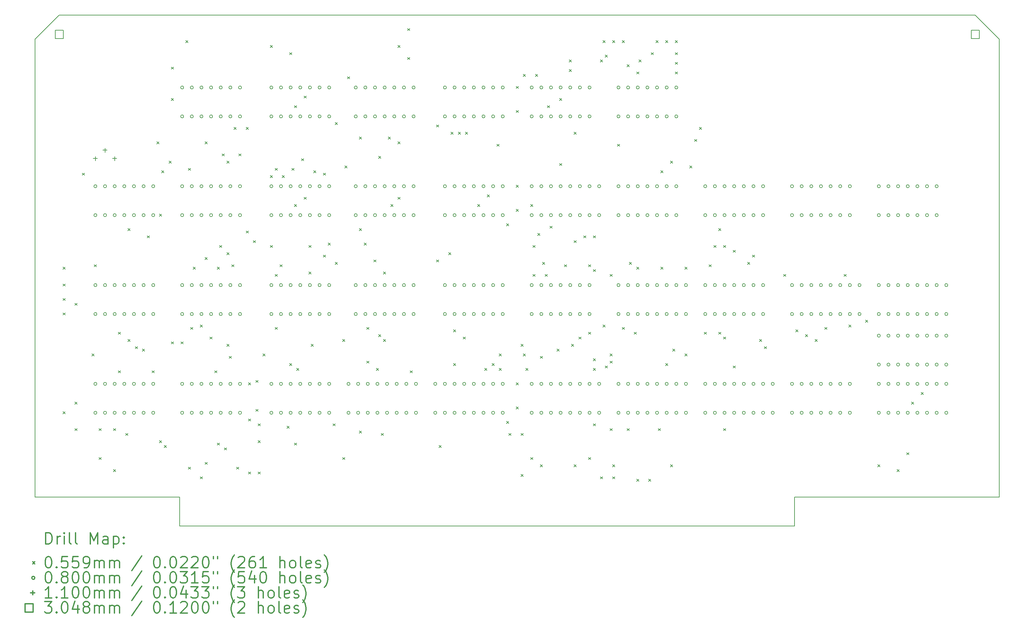
<source format=gbr>
%FSLAX45Y45*%
G04 Gerber Fmt 4.5, Leading zero omitted, Abs format (unit mm)*
G04 Created by KiCad (PCBNEW (5.1.12)-1) date 2022-10-15 16:15:47*
%MOMM*%
%LPD*%
G01*
G04 APERTURE LIST*
%TA.AperFunction,Profile*%
%ADD10C,0.152400*%
%TD*%
%ADD11C,0.200000*%
%ADD12C,0.300000*%
G04 APERTURE END LIST*
D10*
X22034500Y-14986000D02*
X22034500Y-15748000D01*
X2667000Y-2286000D02*
X2032000Y-2921000D01*
X26797000Y-2286000D02*
X2667000Y-2286000D01*
X27432000Y-2921000D02*
X26797000Y-2286000D01*
X2032000Y-2921000D02*
X2032000Y-14986000D01*
X5842000Y-14986000D02*
X2032000Y-14986000D01*
X5842000Y-15748000D02*
X5842000Y-14986000D01*
X22034500Y-15748000D02*
X5842000Y-15748000D01*
X27432000Y-14986000D02*
X22034500Y-14986000D01*
X27432000Y-14986000D02*
X27432000Y-2921000D01*
D11*
X2766060Y-8925560D02*
X2821940Y-8981440D01*
X2821940Y-8925560D02*
X2766060Y-8981440D01*
X2766060Y-9370060D02*
X2821940Y-9425940D01*
X2821940Y-9370060D02*
X2766060Y-9425940D01*
X2766060Y-9751060D02*
X2821940Y-9806940D01*
X2821940Y-9751060D02*
X2766060Y-9806940D01*
X2766060Y-10132060D02*
X2821940Y-10187940D01*
X2821940Y-10132060D02*
X2766060Y-10187940D01*
X2766060Y-12735560D02*
X2821940Y-12791440D01*
X2821940Y-12735560D02*
X2766060Y-12791440D01*
X3083560Y-9878060D02*
X3139440Y-9933940D01*
X3139440Y-9878060D02*
X3083560Y-9933940D01*
X3083560Y-12481560D02*
X3139440Y-12537440D01*
X3139440Y-12481560D02*
X3083560Y-12537440D01*
X3083560Y-13180060D02*
X3139440Y-13235940D01*
X3139440Y-13180060D02*
X3083560Y-13235940D01*
X3274060Y-6449060D02*
X3329940Y-6504940D01*
X3329940Y-6449060D02*
X3274060Y-6504940D01*
X3528060Y-11211560D02*
X3583940Y-11267440D01*
X3583940Y-11211560D02*
X3528060Y-11267440D01*
X3591560Y-8862060D02*
X3647440Y-8917940D01*
X3647440Y-8862060D02*
X3591560Y-8917940D01*
X3718560Y-13180060D02*
X3774440Y-13235940D01*
X3774440Y-13180060D02*
X3718560Y-13235940D01*
X3718560Y-13942060D02*
X3774440Y-13997940D01*
X3774440Y-13942060D02*
X3718560Y-13997940D01*
X4099560Y-13180060D02*
X4155440Y-13235940D01*
X4155440Y-13180060D02*
X4099560Y-13235940D01*
X4099560Y-14259560D02*
X4155440Y-14315440D01*
X4155440Y-14259560D02*
X4099560Y-14315440D01*
X4226560Y-10640060D02*
X4282440Y-10695940D01*
X4282440Y-10640060D02*
X4226560Y-10695940D01*
X4226560Y-11656060D02*
X4282440Y-11711940D01*
X4282440Y-11656060D02*
X4226560Y-11711940D01*
X4417060Y-13307060D02*
X4472940Y-13362940D01*
X4472940Y-13307060D02*
X4417060Y-13362940D01*
X4480560Y-7909560D02*
X4536440Y-7965440D01*
X4536440Y-7909560D02*
X4480560Y-7965440D01*
X4480560Y-10830560D02*
X4536440Y-10886440D01*
X4536440Y-10830560D02*
X4480560Y-10886440D01*
X4671060Y-11021060D02*
X4726940Y-11076940D01*
X4726940Y-11021060D02*
X4671060Y-11076940D01*
X4861560Y-11084560D02*
X4917440Y-11140440D01*
X4917440Y-11084560D02*
X4861560Y-11140440D01*
X4988560Y-8100060D02*
X5044440Y-8155940D01*
X5044440Y-8100060D02*
X4988560Y-8155940D01*
X5115560Y-11656060D02*
X5171440Y-11711940D01*
X5171440Y-11656060D02*
X5115560Y-11711940D01*
X5242560Y-5623560D02*
X5298440Y-5679440D01*
X5298440Y-5623560D02*
X5242560Y-5679440D01*
X5306060Y-7528560D02*
X5361940Y-7584440D01*
X5361940Y-7528560D02*
X5306060Y-7584440D01*
X5306060Y-13497560D02*
X5361940Y-13553440D01*
X5361940Y-13497560D02*
X5306060Y-13553440D01*
X5369560Y-6385560D02*
X5425440Y-6441440D01*
X5425440Y-6385560D02*
X5369560Y-6441440D01*
X5433060Y-13624560D02*
X5488940Y-13680440D01*
X5488940Y-13624560D02*
X5433060Y-13680440D01*
X5560060Y-6131560D02*
X5615940Y-6187440D01*
X5615940Y-6131560D02*
X5560060Y-6187440D01*
X5623560Y-3655060D02*
X5679440Y-3710940D01*
X5679440Y-3655060D02*
X5623560Y-3710940D01*
X5623560Y-4480560D02*
X5679440Y-4536440D01*
X5679440Y-4480560D02*
X5623560Y-4536440D01*
X5623560Y-10894060D02*
X5679440Y-10949940D01*
X5679440Y-10894060D02*
X5623560Y-10949940D01*
X5877560Y-10894060D02*
X5933440Y-10949940D01*
X5933440Y-10894060D02*
X5877560Y-10949940D01*
X6004560Y-2956560D02*
X6060440Y-3012440D01*
X6060440Y-2956560D02*
X6004560Y-3012440D01*
X6068060Y-6322060D02*
X6123940Y-6377940D01*
X6123940Y-6322060D02*
X6068060Y-6377940D01*
X6068060Y-14196060D02*
X6123940Y-14251940D01*
X6123940Y-14196060D02*
X6068060Y-14251940D01*
X6131560Y-10513060D02*
X6187440Y-10568940D01*
X6187440Y-10513060D02*
X6131560Y-10568940D01*
X6195060Y-8925560D02*
X6250940Y-8981440D01*
X6250940Y-8925560D02*
X6195060Y-8981440D01*
X6385560Y-10449560D02*
X6441440Y-10505440D01*
X6441440Y-10449560D02*
X6385560Y-10505440D01*
X6385560Y-14450060D02*
X6441440Y-14505940D01*
X6441440Y-14450060D02*
X6385560Y-14505940D01*
X6512560Y-5623560D02*
X6568440Y-5679440D01*
X6568440Y-5623560D02*
X6512560Y-5679440D01*
X6512560Y-8671560D02*
X6568440Y-8727440D01*
X6568440Y-8671560D02*
X6512560Y-8727440D01*
X6512560Y-14069060D02*
X6568440Y-14124940D01*
X6568440Y-14069060D02*
X6512560Y-14124940D01*
X6639560Y-10767060D02*
X6695440Y-10822940D01*
X6695440Y-10767060D02*
X6639560Y-10822940D01*
X6766560Y-11656060D02*
X6822440Y-11711940D01*
X6822440Y-11656060D02*
X6766560Y-11711940D01*
X6830060Y-8925560D02*
X6885940Y-8981440D01*
X6885940Y-8925560D02*
X6830060Y-8981440D01*
X6830060Y-13561060D02*
X6885940Y-13616940D01*
X6885940Y-13561060D02*
X6830060Y-13616940D01*
X6893560Y-8354060D02*
X6949440Y-8409940D01*
X6949440Y-8354060D02*
X6893560Y-8409940D01*
X6957060Y-5941060D02*
X7012940Y-5996940D01*
X7012940Y-5941060D02*
X6957060Y-5996940D01*
X7020560Y-13688060D02*
X7076440Y-13743940D01*
X7076440Y-13688060D02*
X7020560Y-13743940D01*
X7084060Y-6131560D02*
X7139940Y-6187440D01*
X7139940Y-6131560D02*
X7084060Y-6187440D01*
X7084060Y-8544560D02*
X7139940Y-8600440D01*
X7139940Y-8544560D02*
X7084060Y-8600440D01*
X7084060Y-10957560D02*
X7139940Y-11013440D01*
X7139940Y-10957560D02*
X7084060Y-11013440D01*
X7147560Y-11275060D02*
X7203440Y-11330940D01*
X7203440Y-11275060D02*
X7147560Y-11330940D01*
X7211060Y-8862060D02*
X7266940Y-8917940D01*
X7266940Y-8862060D02*
X7211060Y-8917940D01*
X7274560Y-5242560D02*
X7330440Y-5298440D01*
X7330440Y-5242560D02*
X7274560Y-5298440D01*
X7338060Y-14196060D02*
X7393940Y-14251940D01*
X7393940Y-14196060D02*
X7338060Y-14251940D01*
X7401560Y-5941060D02*
X7457440Y-5996940D01*
X7457440Y-5941060D02*
X7401560Y-5996940D01*
X7592060Y-5242560D02*
X7647940Y-5298440D01*
X7647940Y-5242560D02*
X7592060Y-5298440D01*
X7592060Y-7973060D02*
X7647940Y-8028940D01*
X7647940Y-7973060D02*
X7592060Y-8028940D01*
X7655560Y-11973560D02*
X7711440Y-12029440D01*
X7711440Y-11973560D02*
X7655560Y-12029440D01*
X7655560Y-12926060D02*
X7711440Y-12981940D01*
X7711440Y-12926060D02*
X7655560Y-12981940D01*
X7655560Y-14323060D02*
X7711440Y-14378940D01*
X7711440Y-14323060D02*
X7655560Y-14378940D01*
X7782560Y-8227060D02*
X7838440Y-8282940D01*
X7838440Y-8227060D02*
X7782560Y-8282940D01*
X7846060Y-11910060D02*
X7901940Y-11965940D01*
X7901940Y-11910060D02*
X7846060Y-11965940D01*
X7846060Y-12672060D02*
X7901940Y-12727940D01*
X7901940Y-12672060D02*
X7846060Y-12727940D01*
X7909560Y-13053060D02*
X7965440Y-13108940D01*
X7965440Y-13053060D02*
X7909560Y-13108940D01*
X7909560Y-13497560D02*
X7965440Y-13553440D01*
X7965440Y-13497560D02*
X7909560Y-13553440D01*
X7909560Y-14323060D02*
X7965440Y-14378940D01*
X7965440Y-14323060D02*
X7909560Y-14378940D01*
X8036560Y-11211560D02*
X8092440Y-11267440D01*
X8092440Y-11211560D02*
X8036560Y-11267440D01*
X8227060Y-3083560D02*
X8282940Y-3139440D01*
X8282940Y-3083560D02*
X8227060Y-3139440D01*
X8227060Y-6512560D02*
X8282940Y-6568440D01*
X8282940Y-6512560D02*
X8227060Y-6568440D01*
X8227060Y-8354060D02*
X8282940Y-8409940D01*
X8282940Y-8354060D02*
X8227060Y-8409940D01*
X8354060Y-6322060D02*
X8409940Y-6377940D01*
X8409940Y-6322060D02*
X8354060Y-6377940D01*
X8354060Y-9116060D02*
X8409940Y-9171940D01*
X8409940Y-9116060D02*
X8354060Y-9171940D01*
X8354060Y-10513060D02*
X8409940Y-10568940D01*
X8409940Y-10513060D02*
X8354060Y-10568940D01*
X8481060Y-8862060D02*
X8536940Y-8917940D01*
X8536940Y-8862060D02*
X8481060Y-8917940D01*
X8544560Y-6512560D02*
X8600440Y-6568440D01*
X8600440Y-6512560D02*
X8544560Y-6568440D01*
X8671560Y-13116560D02*
X8727440Y-13172440D01*
X8727440Y-13116560D02*
X8671560Y-13172440D01*
X8735060Y-3274060D02*
X8790940Y-3329940D01*
X8790940Y-3274060D02*
X8735060Y-3329940D01*
X8735060Y-11465560D02*
X8790940Y-11521440D01*
X8790940Y-11465560D02*
X8735060Y-11521440D01*
X8798560Y-6322060D02*
X8854440Y-6377940D01*
X8854440Y-6322060D02*
X8798560Y-6377940D01*
X8862060Y-4671060D02*
X8917940Y-4726940D01*
X8917940Y-4671060D02*
X8862060Y-4726940D01*
X8862060Y-7274560D02*
X8917940Y-7330440D01*
X8917940Y-7274560D02*
X8862060Y-7330440D01*
X8862060Y-7274560D02*
X8917940Y-7330440D01*
X8917940Y-7274560D02*
X8862060Y-7330440D01*
X8862060Y-13561060D02*
X8917940Y-13616940D01*
X8917940Y-13561060D02*
X8862060Y-13616940D01*
X8925560Y-11592560D02*
X8981440Y-11648440D01*
X8981440Y-11592560D02*
X8925560Y-11648440D01*
X9052560Y-6068060D02*
X9108440Y-6123940D01*
X9108440Y-6068060D02*
X9052560Y-6123940D01*
X9116060Y-4417060D02*
X9171940Y-4472940D01*
X9171940Y-4417060D02*
X9116060Y-4472940D01*
X9116060Y-7084060D02*
X9171940Y-7139940D01*
X9171940Y-7084060D02*
X9116060Y-7139940D01*
X9243060Y-8354060D02*
X9298940Y-8409940D01*
X9298940Y-8354060D02*
X9243060Y-8409940D01*
X9243060Y-9052560D02*
X9298940Y-9108440D01*
X9298940Y-9052560D02*
X9243060Y-9108440D01*
X9306560Y-10957560D02*
X9362440Y-11013440D01*
X9362440Y-10957560D02*
X9306560Y-11013440D01*
X9370060Y-6385560D02*
X9425940Y-6441440D01*
X9425940Y-6385560D02*
X9370060Y-6441440D01*
X9624060Y-6449060D02*
X9679940Y-6504940D01*
X9679940Y-6449060D02*
X9624060Y-6504940D01*
X9624060Y-8608060D02*
X9679940Y-8663940D01*
X9679940Y-8608060D02*
X9624060Y-8663940D01*
X9751060Y-8290560D02*
X9806940Y-8346440D01*
X9806940Y-8290560D02*
X9751060Y-8346440D01*
X9878060Y-13053060D02*
X9933940Y-13108940D01*
X9933940Y-13053060D02*
X9878060Y-13108940D01*
X9941560Y-5115560D02*
X9997440Y-5171440D01*
X9997440Y-5115560D02*
X9941560Y-5171440D01*
X9941560Y-8798560D02*
X9997440Y-8854440D01*
X9997440Y-8798560D02*
X9941560Y-8854440D01*
X10132060Y-10830560D02*
X10187940Y-10886440D01*
X10187940Y-10830560D02*
X10132060Y-10886440D01*
X10132060Y-13942060D02*
X10187940Y-13997940D01*
X10187940Y-13942060D02*
X10132060Y-13997940D01*
X10195560Y-6258560D02*
X10251440Y-6314440D01*
X10251440Y-6258560D02*
X10195560Y-6314440D01*
X10259060Y-3909060D02*
X10314940Y-3964940D01*
X10314940Y-3909060D02*
X10259060Y-3964940D01*
X10576560Y-5496560D02*
X10632440Y-5552440D01*
X10632440Y-5496560D02*
X10576560Y-5552440D01*
X10576560Y-7909560D02*
X10632440Y-7965440D01*
X10632440Y-7909560D02*
X10576560Y-7965440D01*
X10576560Y-13243560D02*
X10632440Y-13299440D01*
X10632440Y-13243560D02*
X10576560Y-13299440D01*
X10703560Y-8290560D02*
X10759440Y-8346440D01*
X10759440Y-8290560D02*
X10703560Y-8346440D01*
X10767060Y-10513060D02*
X10822940Y-10568940D01*
X10822940Y-10513060D02*
X10767060Y-10568940D01*
X10767060Y-11402060D02*
X10822940Y-11457940D01*
X10822940Y-11402060D02*
X10767060Y-11457940D01*
X10957560Y-8735060D02*
X11013440Y-8790940D01*
X11013440Y-8735060D02*
X10957560Y-8790940D01*
X11021060Y-11592560D02*
X11076940Y-11648440D01*
X11076940Y-11592560D02*
X11021060Y-11648440D01*
X11084560Y-6004560D02*
X11140440Y-6060440D01*
X11140440Y-6004560D02*
X11084560Y-6060440D01*
X11084560Y-10703560D02*
X11140440Y-10759440D01*
X11140440Y-10703560D02*
X11084560Y-10759440D01*
X11148060Y-13307060D02*
X11203940Y-13362940D01*
X11203940Y-13307060D02*
X11148060Y-13362940D01*
X11211560Y-9052560D02*
X11267440Y-9108440D01*
X11267440Y-9052560D02*
X11211560Y-9108440D01*
X11211560Y-10830560D02*
X11267440Y-10886440D01*
X11267440Y-10830560D02*
X11211560Y-10886440D01*
X11338560Y-5496560D02*
X11394440Y-5552440D01*
X11394440Y-5496560D02*
X11338560Y-5552440D01*
X11402060Y-7274560D02*
X11457940Y-7330440D01*
X11457940Y-7274560D02*
X11402060Y-7330440D01*
X11592560Y-3083560D02*
X11648440Y-3139440D01*
X11648440Y-3083560D02*
X11592560Y-3139440D01*
X11592560Y-5623560D02*
X11648440Y-5679440D01*
X11648440Y-5623560D02*
X11592560Y-5679440D01*
X11592560Y-7084060D02*
X11648440Y-7139940D01*
X11648440Y-7084060D02*
X11592560Y-7139940D01*
X11846560Y-2639060D02*
X11902440Y-2694940D01*
X11902440Y-2639060D02*
X11846560Y-2694940D01*
X11846560Y-3401060D02*
X11902440Y-3456940D01*
X11902440Y-3401060D02*
X11846560Y-3456940D01*
X11910060Y-11656060D02*
X11965940Y-11711940D01*
X11965940Y-11656060D02*
X11910060Y-11711940D01*
X12608560Y-5179060D02*
X12664440Y-5234940D01*
X12664440Y-5179060D02*
X12608560Y-5234940D01*
X12608560Y-8735060D02*
X12664440Y-8790940D01*
X12664440Y-8735060D02*
X12608560Y-8790940D01*
X12672060Y-13624560D02*
X12727940Y-13680440D01*
X12727940Y-13624560D02*
X12672060Y-13680440D01*
X12926060Y-8544560D02*
X12981940Y-8600440D01*
X12981940Y-8544560D02*
X12926060Y-8600440D01*
X12989560Y-5369560D02*
X13045440Y-5425440D01*
X13045440Y-5369560D02*
X12989560Y-5425440D01*
X13053060Y-10576560D02*
X13108940Y-10632440D01*
X13108940Y-10576560D02*
X13053060Y-10632440D01*
X13053060Y-11465560D02*
X13108940Y-11521440D01*
X13108940Y-11465560D02*
X13053060Y-11521440D01*
X13180060Y-5369560D02*
X13235940Y-5425440D01*
X13235940Y-5369560D02*
X13180060Y-5425440D01*
X13307060Y-10767060D02*
X13362940Y-10822940D01*
X13362940Y-10767060D02*
X13307060Y-10822940D01*
X13370560Y-5369560D02*
X13426440Y-5425440D01*
X13426440Y-5369560D02*
X13370560Y-5425440D01*
X13688060Y-7274560D02*
X13743940Y-7330440D01*
X13743940Y-7274560D02*
X13688060Y-7330440D01*
X13878560Y-11592560D02*
X13934440Y-11648440D01*
X13934440Y-11592560D02*
X13878560Y-11648440D01*
X13942060Y-7020560D02*
X13997940Y-7076440D01*
X13997940Y-7020560D02*
X13942060Y-7076440D01*
X14069060Y-11465560D02*
X14124940Y-11521440D01*
X14124940Y-11465560D02*
X14069060Y-11521440D01*
X14196060Y-5687060D02*
X14251940Y-5742940D01*
X14251940Y-5687060D02*
X14196060Y-5742940D01*
X14259560Y-11211560D02*
X14315440Y-11267440D01*
X14315440Y-11211560D02*
X14259560Y-11267440D01*
X14259560Y-11592560D02*
X14315440Y-11648440D01*
X14315440Y-11592560D02*
X14259560Y-11648440D01*
X14450060Y-7782560D02*
X14505940Y-7838440D01*
X14505940Y-7782560D02*
X14450060Y-7838440D01*
X14450060Y-12989560D02*
X14505940Y-13045440D01*
X14505940Y-12989560D02*
X14450060Y-13045440D01*
X14513560Y-13307060D02*
X14569440Y-13362940D01*
X14569440Y-13307060D02*
X14513560Y-13362940D01*
X14704060Y-4163060D02*
X14759940Y-4218940D01*
X14759940Y-4163060D02*
X14704060Y-4218940D01*
X14704060Y-4798060D02*
X14759940Y-4853940D01*
X14759940Y-4798060D02*
X14704060Y-4853940D01*
X14704060Y-6766560D02*
X14759940Y-6822440D01*
X14759940Y-6766560D02*
X14704060Y-6822440D01*
X14704060Y-7401560D02*
X14759940Y-7457440D01*
X14759940Y-7401560D02*
X14704060Y-7457440D01*
X14704060Y-11973560D02*
X14759940Y-12029440D01*
X14759940Y-11973560D02*
X14704060Y-12029440D01*
X14704060Y-12608560D02*
X14759940Y-12664440D01*
X14759940Y-12608560D02*
X14704060Y-12664440D01*
X14831060Y-10957560D02*
X14886940Y-11013440D01*
X14886940Y-10957560D02*
X14831060Y-11013440D01*
X14831060Y-13307060D02*
X14886940Y-13362940D01*
X14886940Y-13307060D02*
X14831060Y-13362940D01*
X14831060Y-14386560D02*
X14886940Y-14442440D01*
X14886940Y-14386560D02*
X14831060Y-14442440D01*
X14894560Y-3845560D02*
X14950440Y-3901440D01*
X14950440Y-3845560D02*
X14894560Y-3901440D01*
X14894560Y-11211560D02*
X14950440Y-11267440D01*
X14950440Y-11211560D02*
X14894560Y-11267440D01*
X14958060Y-11592560D02*
X15013940Y-11648440D01*
X15013940Y-11592560D02*
X14958060Y-11648440D01*
X15085060Y-7274560D02*
X15140940Y-7330440D01*
X15140940Y-7274560D02*
X15085060Y-7330440D01*
X15085060Y-13942060D02*
X15140940Y-13997940D01*
X15140940Y-13942060D02*
X15085060Y-13997940D01*
X15148560Y-8354060D02*
X15204440Y-8409940D01*
X15204440Y-8354060D02*
X15148560Y-8409940D01*
X15148560Y-9116060D02*
X15204440Y-9171940D01*
X15204440Y-9116060D02*
X15148560Y-9171940D01*
X15212060Y-3845560D02*
X15267940Y-3901440D01*
X15267940Y-3845560D02*
X15212060Y-3901440D01*
X15275560Y-8036560D02*
X15331440Y-8092440D01*
X15331440Y-8036560D02*
X15275560Y-8092440D01*
X15339060Y-11275060D02*
X15394940Y-11330940D01*
X15394940Y-11275060D02*
X15339060Y-11330940D01*
X15339060Y-14132560D02*
X15394940Y-14188440D01*
X15394940Y-14132560D02*
X15339060Y-14188440D01*
X15402560Y-8798560D02*
X15458440Y-8854440D01*
X15458440Y-8798560D02*
X15402560Y-8854440D01*
X15466060Y-9116060D02*
X15521940Y-9171940D01*
X15521940Y-9116060D02*
X15466060Y-9171940D01*
X15529560Y-4671060D02*
X15585440Y-4726940D01*
X15585440Y-4671060D02*
X15529560Y-4726940D01*
X15593060Y-7846060D02*
X15648940Y-7901940D01*
X15648940Y-7846060D02*
X15593060Y-7901940D01*
X15783560Y-11084560D02*
X15839440Y-11140440D01*
X15839440Y-11084560D02*
X15783560Y-11140440D01*
X15847060Y-4480560D02*
X15902940Y-4536440D01*
X15902940Y-4480560D02*
X15847060Y-4536440D01*
X15847060Y-6195060D02*
X15902940Y-6250940D01*
X15902940Y-6195060D02*
X15847060Y-6250940D01*
X15974060Y-8862060D02*
X16029940Y-8917940D01*
X16029940Y-8862060D02*
X15974060Y-8917940D01*
X16101060Y-3464560D02*
X16156940Y-3520440D01*
X16156940Y-3464560D02*
X16101060Y-3520440D01*
X16101060Y-3718560D02*
X16156940Y-3774440D01*
X16156940Y-3718560D02*
X16101060Y-3774440D01*
X16164560Y-10957560D02*
X16220440Y-11013440D01*
X16220440Y-10957560D02*
X16164560Y-11013440D01*
X16228060Y-5369560D02*
X16283940Y-5425440D01*
X16283940Y-5369560D02*
X16228060Y-5425440D01*
X16228060Y-8227060D02*
X16283940Y-8282940D01*
X16283940Y-8227060D02*
X16228060Y-8282940D01*
X16228060Y-14132560D02*
X16283940Y-14188440D01*
X16283940Y-14132560D02*
X16228060Y-14188440D01*
X16355060Y-10767060D02*
X16410940Y-10822940D01*
X16410940Y-10767060D02*
X16355060Y-10822940D01*
X16482060Y-8100060D02*
X16537940Y-8155940D01*
X16537940Y-8100060D02*
X16482060Y-8155940D01*
X16609060Y-8862060D02*
X16664940Y-8917940D01*
X16664940Y-8862060D02*
X16609060Y-8917940D01*
X16609060Y-10640060D02*
X16664940Y-10695940D01*
X16664940Y-10640060D02*
X16609060Y-10695940D01*
X16609060Y-13942060D02*
X16664940Y-13997940D01*
X16664940Y-13942060D02*
X16609060Y-13997940D01*
X16736060Y-8100060D02*
X16791940Y-8155940D01*
X16791940Y-8100060D02*
X16736060Y-8155940D01*
X16736060Y-8989060D02*
X16791940Y-9044940D01*
X16791940Y-8989060D02*
X16736060Y-9044940D01*
X16736060Y-11338560D02*
X16791940Y-11394440D01*
X16791940Y-11338560D02*
X16736060Y-11394440D01*
X16736060Y-11592560D02*
X16791940Y-11648440D01*
X16791940Y-11592560D02*
X16736060Y-11648440D01*
X16736060Y-13053060D02*
X16791940Y-13108940D01*
X16791940Y-13053060D02*
X16736060Y-13108940D01*
X16926560Y-3464560D02*
X16982440Y-3520440D01*
X16982440Y-3464560D02*
X16926560Y-3520440D01*
X16926560Y-14450060D02*
X16982440Y-14505940D01*
X16982440Y-14450060D02*
X16926560Y-14505940D01*
X16990060Y-2956560D02*
X17045940Y-3012440D01*
X17045940Y-2956560D02*
X16990060Y-3012440D01*
X16990060Y-10449560D02*
X17045940Y-10505440D01*
X17045940Y-10449560D02*
X16990060Y-10505440D01*
X17053560Y-3337560D02*
X17109440Y-3393440D01*
X17109440Y-3337560D02*
X17053560Y-3393440D01*
X17053560Y-11529060D02*
X17109440Y-11584940D01*
X17109440Y-11529060D02*
X17053560Y-11584940D01*
X17180560Y-9116060D02*
X17236440Y-9171940D01*
X17236440Y-9116060D02*
X17180560Y-9171940D01*
X17180560Y-11211560D02*
X17236440Y-11267440D01*
X17236440Y-11211560D02*
X17180560Y-11267440D01*
X17180560Y-11402060D02*
X17236440Y-11457940D01*
X17236440Y-11402060D02*
X17180560Y-11457940D01*
X17180560Y-13180060D02*
X17236440Y-13235940D01*
X17236440Y-13180060D02*
X17180560Y-13235940D01*
X17244060Y-2956560D02*
X17299940Y-3012440D01*
X17299940Y-2956560D02*
X17244060Y-3012440D01*
X17244060Y-14132560D02*
X17299940Y-14188440D01*
X17299940Y-14132560D02*
X17244060Y-14188440D01*
X17244060Y-14450060D02*
X17299940Y-14505940D01*
X17299940Y-14450060D02*
X17244060Y-14505940D01*
X17371060Y-5687060D02*
X17426940Y-5742940D01*
X17426940Y-5687060D02*
X17371060Y-5742940D01*
X17498060Y-2956560D02*
X17553940Y-3012440D01*
X17553940Y-2956560D02*
X17498060Y-3012440D01*
X17498060Y-10513060D02*
X17553940Y-10568940D01*
X17553940Y-10513060D02*
X17498060Y-10568940D01*
X17625060Y-3591560D02*
X17680940Y-3647440D01*
X17680940Y-3591560D02*
X17625060Y-3647440D01*
X17625060Y-13180060D02*
X17680940Y-13235940D01*
X17680940Y-13180060D02*
X17625060Y-13235940D01*
X17688560Y-8798560D02*
X17744440Y-8854440D01*
X17744440Y-8798560D02*
X17688560Y-8854440D01*
X17815560Y-10640060D02*
X17871440Y-10695940D01*
X17871440Y-10640060D02*
X17815560Y-10695940D01*
X17879060Y-3782060D02*
X17934940Y-3837940D01*
X17934940Y-3782060D02*
X17879060Y-3837940D01*
X17879060Y-8925560D02*
X17934940Y-8981440D01*
X17934940Y-8925560D02*
X17879060Y-8981440D01*
X17879060Y-14513560D02*
X17934940Y-14569440D01*
X17934940Y-14513560D02*
X17879060Y-14569440D01*
X17942560Y-3464560D02*
X17998440Y-3520440D01*
X17998440Y-3464560D02*
X17942560Y-3520440D01*
X18196560Y-14513560D02*
X18252440Y-14569440D01*
X18252440Y-14513560D02*
X18196560Y-14569440D01*
X18260060Y-3274060D02*
X18315940Y-3329940D01*
X18315940Y-3274060D02*
X18260060Y-3329940D01*
X18387060Y-2956560D02*
X18442940Y-3012440D01*
X18442940Y-2956560D02*
X18387060Y-3012440D01*
X18450560Y-13180060D02*
X18506440Y-13235940D01*
X18506440Y-13180060D02*
X18450560Y-13235940D01*
X18514060Y-6385560D02*
X18569940Y-6441440D01*
X18569940Y-6385560D02*
X18514060Y-6441440D01*
X18514060Y-8925560D02*
X18569940Y-8981440D01*
X18569940Y-8925560D02*
X18514060Y-8981440D01*
X18641060Y-2956560D02*
X18696940Y-3012440D01*
X18696940Y-2956560D02*
X18641060Y-3012440D01*
X18641060Y-11465560D02*
X18696940Y-11521440D01*
X18696940Y-11465560D02*
X18641060Y-11521440D01*
X18768060Y-6131560D02*
X18823940Y-6187440D01*
X18823940Y-6131560D02*
X18768060Y-6187440D01*
X18768060Y-14132560D02*
X18823940Y-14188440D01*
X18823940Y-14132560D02*
X18768060Y-14188440D01*
X18831560Y-11084560D02*
X18887440Y-11140440D01*
X18887440Y-11084560D02*
X18831560Y-11140440D01*
X18895060Y-2956560D02*
X18950940Y-3012440D01*
X18950940Y-2956560D02*
X18895060Y-3012440D01*
X18895060Y-3274060D02*
X18950940Y-3329940D01*
X18950940Y-3274060D02*
X18895060Y-3329940D01*
X18895060Y-3528060D02*
X18950940Y-3583940D01*
X18950940Y-3528060D02*
X18895060Y-3583940D01*
X18895060Y-3782060D02*
X18950940Y-3837940D01*
X18950940Y-3782060D02*
X18895060Y-3837940D01*
X19149060Y-8925560D02*
X19204940Y-8981440D01*
X19204940Y-8925560D02*
X19149060Y-8981440D01*
X19149060Y-11211560D02*
X19204940Y-11267440D01*
X19204940Y-11211560D02*
X19149060Y-11267440D01*
X19276060Y-6258560D02*
X19331940Y-6314440D01*
X19331940Y-6258560D02*
X19276060Y-6314440D01*
X19403060Y-5560060D02*
X19458940Y-5615940D01*
X19458940Y-5560060D02*
X19403060Y-5615940D01*
X19530060Y-5242560D02*
X19585940Y-5298440D01*
X19585940Y-5242560D02*
X19530060Y-5298440D01*
X19657060Y-10640060D02*
X19712940Y-10695940D01*
X19712940Y-10640060D02*
X19657060Y-10695940D01*
X19784060Y-8862060D02*
X19839940Y-8917940D01*
X19839940Y-8862060D02*
X19784060Y-8917940D01*
X19911060Y-8354060D02*
X19966940Y-8409940D01*
X19966940Y-8354060D02*
X19911060Y-8409940D01*
X20038060Y-7909560D02*
X20093940Y-7965440D01*
X20093940Y-7909560D02*
X20038060Y-7965440D01*
X20038060Y-10640060D02*
X20093940Y-10695940D01*
X20093940Y-10640060D02*
X20038060Y-10695940D01*
X20165060Y-8354060D02*
X20220940Y-8409940D01*
X20220940Y-8354060D02*
X20165060Y-8409940D01*
X20165060Y-10767060D02*
X20220940Y-10822940D01*
X20220940Y-10767060D02*
X20165060Y-10822940D01*
X20165060Y-13180060D02*
X20220940Y-13235940D01*
X20220940Y-13180060D02*
X20165060Y-13235940D01*
X20419060Y-8481060D02*
X20474940Y-8536940D01*
X20474940Y-8481060D02*
X20419060Y-8536940D01*
X20419060Y-11529060D02*
X20474940Y-11584940D01*
X20474940Y-11529060D02*
X20419060Y-11584940D01*
X20800060Y-8798560D02*
X20855940Y-8854440D01*
X20855940Y-8798560D02*
X20800060Y-8854440D01*
X20927060Y-8608060D02*
X20982940Y-8663940D01*
X20982940Y-8608060D02*
X20927060Y-8663940D01*
X21117560Y-10830560D02*
X21173440Y-10886440D01*
X21173440Y-10830560D02*
X21117560Y-10886440D01*
X21244560Y-11021060D02*
X21300440Y-11076940D01*
X21300440Y-11021060D02*
X21244560Y-11076940D01*
X21752560Y-9116060D02*
X21808440Y-9171940D01*
X21808440Y-9116060D02*
X21752560Y-9171940D01*
X22070060Y-10576560D02*
X22125940Y-10632440D01*
X22125940Y-10576560D02*
X22070060Y-10632440D01*
X22324060Y-10703560D02*
X22379940Y-10759440D01*
X22379940Y-10703560D02*
X22324060Y-10759440D01*
X22578060Y-10830560D02*
X22633940Y-10886440D01*
X22633940Y-10830560D02*
X22578060Y-10886440D01*
X22832060Y-10513060D02*
X22887940Y-10568940D01*
X22887940Y-10513060D02*
X22832060Y-10568940D01*
X23340060Y-9116060D02*
X23395940Y-9171940D01*
X23395940Y-9116060D02*
X23340060Y-9171940D01*
X23467060Y-10449560D02*
X23522940Y-10505440D01*
X23522940Y-10449560D02*
X23467060Y-10505440D01*
X23911560Y-10322560D02*
X23967440Y-10378440D01*
X23967440Y-10322560D02*
X23911560Y-10378440D01*
X24229060Y-14132560D02*
X24284940Y-14188440D01*
X24284940Y-14132560D02*
X24229060Y-14188440D01*
X24737060Y-14259560D02*
X24792940Y-14315440D01*
X24792940Y-14259560D02*
X24737060Y-14315440D01*
X24991060Y-13815060D02*
X25046940Y-13870940D01*
X25046940Y-13815060D02*
X24991060Y-13870940D01*
X25118060Y-12481560D02*
X25173940Y-12537440D01*
X25173940Y-12481560D02*
X25118060Y-12537440D01*
X25372060Y-12227560D02*
X25427940Y-12283440D01*
X25427940Y-12227560D02*
X25372060Y-12283440D01*
X3659500Y-6794500D02*
G75*
G03*
X3659500Y-6794500I-40000J0D01*
G01*
X3659500Y-7556500D02*
G75*
G03*
X3659500Y-7556500I-40000J0D01*
G01*
X3659500Y-9398000D02*
G75*
G03*
X3659500Y-9398000I-40000J0D01*
G01*
X3659500Y-10160000D02*
G75*
G03*
X3659500Y-10160000I-40000J0D01*
G01*
X3659500Y-12001500D02*
G75*
G03*
X3659500Y-12001500I-40000J0D01*
G01*
X3659500Y-12763500D02*
G75*
G03*
X3659500Y-12763500I-40000J0D01*
G01*
X3913500Y-6794500D02*
G75*
G03*
X3913500Y-6794500I-40000J0D01*
G01*
X3913500Y-7556500D02*
G75*
G03*
X3913500Y-7556500I-40000J0D01*
G01*
X3913500Y-9398000D02*
G75*
G03*
X3913500Y-9398000I-40000J0D01*
G01*
X3913500Y-10160000D02*
G75*
G03*
X3913500Y-10160000I-40000J0D01*
G01*
X3913500Y-12001500D02*
G75*
G03*
X3913500Y-12001500I-40000J0D01*
G01*
X3913500Y-12763500D02*
G75*
G03*
X3913500Y-12763500I-40000J0D01*
G01*
X4167500Y-6794500D02*
G75*
G03*
X4167500Y-6794500I-40000J0D01*
G01*
X4167500Y-7556500D02*
G75*
G03*
X4167500Y-7556500I-40000J0D01*
G01*
X4167500Y-9398000D02*
G75*
G03*
X4167500Y-9398000I-40000J0D01*
G01*
X4167500Y-10160000D02*
G75*
G03*
X4167500Y-10160000I-40000J0D01*
G01*
X4167500Y-12001500D02*
G75*
G03*
X4167500Y-12001500I-40000J0D01*
G01*
X4167500Y-12763500D02*
G75*
G03*
X4167500Y-12763500I-40000J0D01*
G01*
X4421500Y-6794500D02*
G75*
G03*
X4421500Y-6794500I-40000J0D01*
G01*
X4421500Y-7556500D02*
G75*
G03*
X4421500Y-7556500I-40000J0D01*
G01*
X4421500Y-9398000D02*
G75*
G03*
X4421500Y-9398000I-40000J0D01*
G01*
X4421500Y-10160000D02*
G75*
G03*
X4421500Y-10160000I-40000J0D01*
G01*
X4421500Y-12001500D02*
G75*
G03*
X4421500Y-12001500I-40000J0D01*
G01*
X4421500Y-12763500D02*
G75*
G03*
X4421500Y-12763500I-40000J0D01*
G01*
X4675500Y-6794500D02*
G75*
G03*
X4675500Y-6794500I-40000J0D01*
G01*
X4675500Y-7556500D02*
G75*
G03*
X4675500Y-7556500I-40000J0D01*
G01*
X4675500Y-9398000D02*
G75*
G03*
X4675500Y-9398000I-40000J0D01*
G01*
X4675500Y-10160000D02*
G75*
G03*
X4675500Y-10160000I-40000J0D01*
G01*
X4675500Y-12001500D02*
G75*
G03*
X4675500Y-12001500I-40000J0D01*
G01*
X4675500Y-12763500D02*
G75*
G03*
X4675500Y-12763500I-40000J0D01*
G01*
X4929500Y-6794500D02*
G75*
G03*
X4929500Y-6794500I-40000J0D01*
G01*
X4929500Y-7556500D02*
G75*
G03*
X4929500Y-7556500I-40000J0D01*
G01*
X4929500Y-9398000D02*
G75*
G03*
X4929500Y-9398000I-40000J0D01*
G01*
X4929500Y-10160000D02*
G75*
G03*
X4929500Y-10160000I-40000J0D01*
G01*
X4929500Y-12001500D02*
G75*
G03*
X4929500Y-12001500I-40000J0D01*
G01*
X4929500Y-12763500D02*
G75*
G03*
X4929500Y-12763500I-40000J0D01*
G01*
X5183500Y-6794500D02*
G75*
G03*
X5183500Y-6794500I-40000J0D01*
G01*
X5183500Y-7556500D02*
G75*
G03*
X5183500Y-7556500I-40000J0D01*
G01*
X5183500Y-9398000D02*
G75*
G03*
X5183500Y-9398000I-40000J0D01*
G01*
X5183500Y-10160000D02*
G75*
G03*
X5183500Y-10160000I-40000J0D01*
G01*
X5183500Y-12001500D02*
G75*
G03*
X5183500Y-12001500I-40000J0D01*
G01*
X5183500Y-12763500D02*
G75*
G03*
X5183500Y-12763500I-40000J0D01*
G01*
X5945500Y-4191000D02*
G75*
G03*
X5945500Y-4191000I-40000J0D01*
G01*
X5945500Y-4953000D02*
G75*
G03*
X5945500Y-4953000I-40000J0D01*
G01*
X5945500Y-6794500D02*
G75*
G03*
X5945500Y-6794500I-40000J0D01*
G01*
X5945500Y-7556500D02*
G75*
G03*
X5945500Y-7556500I-40000J0D01*
G01*
X5945500Y-9398000D02*
G75*
G03*
X5945500Y-9398000I-40000J0D01*
G01*
X5945500Y-10160000D02*
G75*
G03*
X5945500Y-10160000I-40000J0D01*
G01*
X5945500Y-12001500D02*
G75*
G03*
X5945500Y-12001500I-40000J0D01*
G01*
X5945500Y-12763500D02*
G75*
G03*
X5945500Y-12763500I-40000J0D01*
G01*
X6199500Y-4191000D02*
G75*
G03*
X6199500Y-4191000I-40000J0D01*
G01*
X6199500Y-4953000D02*
G75*
G03*
X6199500Y-4953000I-40000J0D01*
G01*
X6199500Y-6794500D02*
G75*
G03*
X6199500Y-6794500I-40000J0D01*
G01*
X6199500Y-7556500D02*
G75*
G03*
X6199500Y-7556500I-40000J0D01*
G01*
X6199500Y-9398000D02*
G75*
G03*
X6199500Y-9398000I-40000J0D01*
G01*
X6199500Y-10160000D02*
G75*
G03*
X6199500Y-10160000I-40000J0D01*
G01*
X6199500Y-12001500D02*
G75*
G03*
X6199500Y-12001500I-40000J0D01*
G01*
X6199500Y-12763500D02*
G75*
G03*
X6199500Y-12763500I-40000J0D01*
G01*
X6453500Y-4191000D02*
G75*
G03*
X6453500Y-4191000I-40000J0D01*
G01*
X6453500Y-4953000D02*
G75*
G03*
X6453500Y-4953000I-40000J0D01*
G01*
X6453500Y-6794500D02*
G75*
G03*
X6453500Y-6794500I-40000J0D01*
G01*
X6453500Y-7556500D02*
G75*
G03*
X6453500Y-7556500I-40000J0D01*
G01*
X6453500Y-9398000D02*
G75*
G03*
X6453500Y-9398000I-40000J0D01*
G01*
X6453500Y-10160000D02*
G75*
G03*
X6453500Y-10160000I-40000J0D01*
G01*
X6453500Y-12001500D02*
G75*
G03*
X6453500Y-12001500I-40000J0D01*
G01*
X6453500Y-12763500D02*
G75*
G03*
X6453500Y-12763500I-40000J0D01*
G01*
X6707500Y-4191000D02*
G75*
G03*
X6707500Y-4191000I-40000J0D01*
G01*
X6707500Y-4953000D02*
G75*
G03*
X6707500Y-4953000I-40000J0D01*
G01*
X6707500Y-6794500D02*
G75*
G03*
X6707500Y-6794500I-40000J0D01*
G01*
X6707500Y-7556500D02*
G75*
G03*
X6707500Y-7556500I-40000J0D01*
G01*
X6707500Y-9398000D02*
G75*
G03*
X6707500Y-9398000I-40000J0D01*
G01*
X6707500Y-10160000D02*
G75*
G03*
X6707500Y-10160000I-40000J0D01*
G01*
X6707500Y-12001500D02*
G75*
G03*
X6707500Y-12001500I-40000J0D01*
G01*
X6707500Y-12763500D02*
G75*
G03*
X6707500Y-12763500I-40000J0D01*
G01*
X6961500Y-4191000D02*
G75*
G03*
X6961500Y-4191000I-40000J0D01*
G01*
X6961500Y-4953000D02*
G75*
G03*
X6961500Y-4953000I-40000J0D01*
G01*
X6961500Y-6794500D02*
G75*
G03*
X6961500Y-6794500I-40000J0D01*
G01*
X6961500Y-7556500D02*
G75*
G03*
X6961500Y-7556500I-40000J0D01*
G01*
X6961500Y-9398000D02*
G75*
G03*
X6961500Y-9398000I-40000J0D01*
G01*
X6961500Y-10160000D02*
G75*
G03*
X6961500Y-10160000I-40000J0D01*
G01*
X6961500Y-12001500D02*
G75*
G03*
X6961500Y-12001500I-40000J0D01*
G01*
X6961500Y-12763500D02*
G75*
G03*
X6961500Y-12763500I-40000J0D01*
G01*
X7215500Y-4191000D02*
G75*
G03*
X7215500Y-4191000I-40000J0D01*
G01*
X7215500Y-4953000D02*
G75*
G03*
X7215500Y-4953000I-40000J0D01*
G01*
X7215500Y-6794500D02*
G75*
G03*
X7215500Y-6794500I-40000J0D01*
G01*
X7215500Y-7556500D02*
G75*
G03*
X7215500Y-7556500I-40000J0D01*
G01*
X7215500Y-9398000D02*
G75*
G03*
X7215500Y-9398000I-40000J0D01*
G01*
X7215500Y-10160000D02*
G75*
G03*
X7215500Y-10160000I-40000J0D01*
G01*
X7215500Y-12001500D02*
G75*
G03*
X7215500Y-12001500I-40000J0D01*
G01*
X7215500Y-12763500D02*
G75*
G03*
X7215500Y-12763500I-40000J0D01*
G01*
X7469500Y-4191000D02*
G75*
G03*
X7469500Y-4191000I-40000J0D01*
G01*
X7469500Y-4953000D02*
G75*
G03*
X7469500Y-4953000I-40000J0D01*
G01*
X7469500Y-6794500D02*
G75*
G03*
X7469500Y-6794500I-40000J0D01*
G01*
X7469500Y-7556500D02*
G75*
G03*
X7469500Y-7556500I-40000J0D01*
G01*
X7469500Y-9398000D02*
G75*
G03*
X7469500Y-9398000I-40000J0D01*
G01*
X7469500Y-10160000D02*
G75*
G03*
X7469500Y-10160000I-40000J0D01*
G01*
X7469500Y-12001500D02*
G75*
G03*
X7469500Y-12001500I-40000J0D01*
G01*
X7469500Y-12763500D02*
G75*
G03*
X7469500Y-12763500I-40000J0D01*
G01*
X8295000Y-4191000D02*
G75*
G03*
X8295000Y-4191000I-40000J0D01*
G01*
X8295000Y-4953000D02*
G75*
G03*
X8295000Y-4953000I-40000J0D01*
G01*
X8295000Y-6794500D02*
G75*
G03*
X8295000Y-6794500I-40000J0D01*
G01*
X8295000Y-7556500D02*
G75*
G03*
X8295000Y-7556500I-40000J0D01*
G01*
X8295000Y-9398000D02*
G75*
G03*
X8295000Y-9398000I-40000J0D01*
G01*
X8295000Y-10160000D02*
G75*
G03*
X8295000Y-10160000I-40000J0D01*
G01*
X8295000Y-12001500D02*
G75*
G03*
X8295000Y-12001500I-40000J0D01*
G01*
X8295000Y-12763500D02*
G75*
G03*
X8295000Y-12763500I-40000J0D01*
G01*
X8549000Y-4191000D02*
G75*
G03*
X8549000Y-4191000I-40000J0D01*
G01*
X8549000Y-4953000D02*
G75*
G03*
X8549000Y-4953000I-40000J0D01*
G01*
X8549000Y-6794500D02*
G75*
G03*
X8549000Y-6794500I-40000J0D01*
G01*
X8549000Y-7556500D02*
G75*
G03*
X8549000Y-7556500I-40000J0D01*
G01*
X8549000Y-9398000D02*
G75*
G03*
X8549000Y-9398000I-40000J0D01*
G01*
X8549000Y-10160000D02*
G75*
G03*
X8549000Y-10160000I-40000J0D01*
G01*
X8549000Y-12001500D02*
G75*
G03*
X8549000Y-12001500I-40000J0D01*
G01*
X8549000Y-12763500D02*
G75*
G03*
X8549000Y-12763500I-40000J0D01*
G01*
X8803000Y-4191000D02*
G75*
G03*
X8803000Y-4191000I-40000J0D01*
G01*
X8803000Y-4953000D02*
G75*
G03*
X8803000Y-4953000I-40000J0D01*
G01*
X8803000Y-6794500D02*
G75*
G03*
X8803000Y-6794500I-40000J0D01*
G01*
X8803000Y-7556500D02*
G75*
G03*
X8803000Y-7556500I-40000J0D01*
G01*
X8803000Y-9398000D02*
G75*
G03*
X8803000Y-9398000I-40000J0D01*
G01*
X8803000Y-10160000D02*
G75*
G03*
X8803000Y-10160000I-40000J0D01*
G01*
X8803000Y-12001500D02*
G75*
G03*
X8803000Y-12001500I-40000J0D01*
G01*
X8803000Y-12763500D02*
G75*
G03*
X8803000Y-12763500I-40000J0D01*
G01*
X9057000Y-4191000D02*
G75*
G03*
X9057000Y-4191000I-40000J0D01*
G01*
X9057000Y-4953000D02*
G75*
G03*
X9057000Y-4953000I-40000J0D01*
G01*
X9057000Y-6794500D02*
G75*
G03*
X9057000Y-6794500I-40000J0D01*
G01*
X9057000Y-7556500D02*
G75*
G03*
X9057000Y-7556500I-40000J0D01*
G01*
X9057000Y-9398000D02*
G75*
G03*
X9057000Y-9398000I-40000J0D01*
G01*
X9057000Y-10160000D02*
G75*
G03*
X9057000Y-10160000I-40000J0D01*
G01*
X9057000Y-12001500D02*
G75*
G03*
X9057000Y-12001500I-40000J0D01*
G01*
X9057000Y-12763500D02*
G75*
G03*
X9057000Y-12763500I-40000J0D01*
G01*
X9311000Y-4191000D02*
G75*
G03*
X9311000Y-4191000I-40000J0D01*
G01*
X9311000Y-4953000D02*
G75*
G03*
X9311000Y-4953000I-40000J0D01*
G01*
X9311000Y-6794500D02*
G75*
G03*
X9311000Y-6794500I-40000J0D01*
G01*
X9311000Y-7556500D02*
G75*
G03*
X9311000Y-7556500I-40000J0D01*
G01*
X9311000Y-9398000D02*
G75*
G03*
X9311000Y-9398000I-40000J0D01*
G01*
X9311000Y-10160000D02*
G75*
G03*
X9311000Y-10160000I-40000J0D01*
G01*
X9311000Y-12001500D02*
G75*
G03*
X9311000Y-12001500I-40000J0D01*
G01*
X9311000Y-12763500D02*
G75*
G03*
X9311000Y-12763500I-40000J0D01*
G01*
X9565000Y-4191000D02*
G75*
G03*
X9565000Y-4191000I-40000J0D01*
G01*
X9565000Y-4953000D02*
G75*
G03*
X9565000Y-4953000I-40000J0D01*
G01*
X9565000Y-6794500D02*
G75*
G03*
X9565000Y-6794500I-40000J0D01*
G01*
X9565000Y-7556500D02*
G75*
G03*
X9565000Y-7556500I-40000J0D01*
G01*
X9565000Y-9398000D02*
G75*
G03*
X9565000Y-9398000I-40000J0D01*
G01*
X9565000Y-10160000D02*
G75*
G03*
X9565000Y-10160000I-40000J0D01*
G01*
X9565000Y-12001500D02*
G75*
G03*
X9565000Y-12001500I-40000J0D01*
G01*
X9565000Y-12763500D02*
G75*
G03*
X9565000Y-12763500I-40000J0D01*
G01*
X9819000Y-4191000D02*
G75*
G03*
X9819000Y-4191000I-40000J0D01*
G01*
X9819000Y-4953000D02*
G75*
G03*
X9819000Y-4953000I-40000J0D01*
G01*
X9819000Y-6794500D02*
G75*
G03*
X9819000Y-6794500I-40000J0D01*
G01*
X9819000Y-7556500D02*
G75*
G03*
X9819000Y-7556500I-40000J0D01*
G01*
X9819000Y-9398000D02*
G75*
G03*
X9819000Y-9398000I-40000J0D01*
G01*
X9819000Y-10160000D02*
G75*
G03*
X9819000Y-10160000I-40000J0D01*
G01*
X9819000Y-12001500D02*
G75*
G03*
X9819000Y-12001500I-40000J0D01*
G01*
X9819000Y-12763500D02*
G75*
G03*
X9819000Y-12763500I-40000J0D01*
G01*
X10327000Y-12001500D02*
G75*
G03*
X10327000Y-12001500I-40000J0D01*
G01*
X10327000Y-12763500D02*
G75*
G03*
X10327000Y-12763500I-40000J0D01*
G01*
X10517500Y-4191000D02*
G75*
G03*
X10517500Y-4191000I-40000J0D01*
G01*
X10517500Y-4953000D02*
G75*
G03*
X10517500Y-4953000I-40000J0D01*
G01*
X10517500Y-6794500D02*
G75*
G03*
X10517500Y-6794500I-40000J0D01*
G01*
X10517500Y-7556500D02*
G75*
G03*
X10517500Y-7556500I-40000J0D01*
G01*
X10517500Y-9398000D02*
G75*
G03*
X10517500Y-9398000I-40000J0D01*
G01*
X10517500Y-10160000D02*
G75*
G03*
X10517500Y-10160000I-40000J0D01*
G01*
X10581000Y-12001500D02*
G75*
G03*
X10581000Y-12001500I-40000J0D01*
G01*
X10581000Y-12763500D02*
G75*
G03*
X10581000Y-12763500I-40000J0D01*
G01*
X10771500Y-4191000D02*
G75*
G03*
X10771500Y-4191000I-40000J0D01*
G01*
X10771500Y-4953000D02*
G75*
G03*
X10771500Y-4953000I-40000J0D01*
G01*
X10771500Y-6794500D02*
G75*
G03*
X10771500Y-6794500I-40000J0D01*
G01*
X10771500Y-7556500D02*
G75*
G03*
X10771500Y-7556500I-40000J0D01*
G01*
X10771500Y-9398000D02*
G75*
G03*
X10771500Y-9398000I-40000J0D01*
G01*
X10771500Y-10160000D02*
G75*
G03*
X10771500Y-10160000I-40000J0D01*
G01*
X10835000Y-12001500D02*
G75*
G03*
X10835000Y-12001500I-40000J0D01*
G01*
X10835000Y-12763500D02*
G75*
G03*
X10835000Y-12763500I-40000J0D01*
G01*
X11025500Y-4191000D02*
G75*
G03*
X11025500Y-4191000I-40000J0D01*
G01*
X11025500Y-4953000D02*
G75*
G03*
X11025500Y-4953000I-40000J0D01*
G01*
X11025500Y-6794500D02*
G75*
G03*
X11025500Y-6794500I-40000J0D01*
G01*
X11025500Y-7556500D02*
G75*
G03*
X11025500Y-7556500I-40000J0D01*
G01*
X11025500Y-9398000D02*
G75*
G03*
X11025500Y-9398000I-40000J0D01*
G01*
X11025500Y-10160000D02*
G75*
G03*
X11025500Y-10160000I-40000J0D01*
G01*
X11089000Y-12001500D02*
G75*
G03*
X11089000Y-12001500I-40000J0D01*
G01*
X11089000Y-12763500D02*
G75*
G03*
X11089000Y-12763500I-40000J0D01*
G01*
X11279500Y-4191000D02*
G75*
G03*
X11279500Y-4191000I-40000J0D01*
G01*
X11279500Y-4953000D02*
G75*
G03*
X11279500Y-4953000I-40000J0D01*
G01*
X11279500Y-6794500D02*
G75*
G03*
X11279500Y-6794500I-40000J0D01*
G01*
X11279500Y-7556500D02*
G75*
G03*
X11279500Y-7556500I-40000J0D01*
G01*
X11279500Y-9398000D02*
G75*
G03*
X11279500Y-9398000I-40000J0D01*
G01*
X11279500Y-10160000D02*
G75*
G03*
X11279500Y-10160000I-40000J0D01*
G01*
X11343000Y-12001500D02*
G75*
G03*
X11343000Y-12001500I-40000J0D01*
G01*
X11343000Y-12763500D02*
G75*
G03*
X11343000Y-12763500I-40000J0D01*
G01*
X11533500Y-4191000D02*
G75*
G03*
X11533500Y-4191000I-40000J0D01*
G01*
X11533500Y-4953000D02*
G75*
G03*
X11533500Y-4953000I-40000J0D01*
G01*
X11533500Y-6794500D02*
G75*
G03*
X11533500Y-6794500I-40000J0D01*
G01*
X11533500Y-7556500D02*
G75*
G03*
X11533500Y-7556500I-40000J0D01*
G01*
X11533500Y-9398000D02*
G75*
G03*
X11533500Y-9398000I-40000J0D01*
G01*
X11533500Y-10160000D02*
G75*
G03*
X11533500Y-10160000I-40000J0D01*
G01*
X11597000Y-12001500D02*
G75*
G03*
X11597000Y-12001500I-40000J0D01*
G01*
X11597000Y-12763500D02*
G75*
G03*
X11597000Y-12763500I-40000J0D01*
G01*
X11787500Y-4191000D02*
G75*
G03*
X11787500Y-4191000I-40000J0D01*
G01*
X11787500Y-4953000D02*
G75*
G03*
X11787500Y-4953000I-40000J0D01*
G01*
X11787500Y-6794500D02*
G75*
G03*
X11787500Y-6794500I-40000J0D01*
G01*
X11787500Y-7556500D02*
G75*
G03*
X11787500Y-7556500I-40000J0D01*
G01*
X11787500Y-9398000D02*
G75*
G03*
X11787500Y-9398000I-40000J0D01*
G01*
X11787500Y-10160000D02*
G75*
G03*
X11787500Y-10160000I-40000J0D01*
G01*
X11851000Y-12001500D02*
G75*
G03*
X11851000Y-12001500I-40000J0D01*
G01*
X11851000Y-12763500D02*
G75*
G03*
X11851000Y-12763500I-40000J0D01*
G01*
X12041500Y-4191000D02*
G75*
G03*
X12041500Y-4191000I-40000J0D01*
G01*
X12041500Y-4953000D02*
G75*
G03*
X12041500Y-4953000I-40000J0D01*
G01*
X12041500Y-6794500D02*
G75*
G03*
X12041500Y-6794500I-40000J0D01*
G01*
X12041500Y-7556500D02*
G75*
G03*
X12041500Y-7556500I-40000J0D01*
G01*
X12041500Y-9398000D02*
G75*
G03*
X12041500Y-9398000I-40000J0D01*
G01*
X12041500Y-10160000D02*
G75*
G03*
X12041500Y-10160000I-40000J0D01*
G01*
X12105000Y-12001500D02*
G75*
G03*
X12105000Y-12001500I-40000J0D01*
G01*
X12105000Y-12763500D02*
G75*
G03*
X12105000Y-12763500I-40000J0D01*
G01*
X12613000Y-12001500D02*
G75*
G03*
X12613000Y-12001500I-40000J0D01*
G01*
X12613000Y-12763500D02*
G75*
G03*
X12613000Y-12763500I-40000J0D01*
G01*
X12867000Y-4191000D02*
G75*
G03*
X12867000Y-4191000I-40000J0D01*
G01*
X12867000Y-4953000D02*
G75*
G03*
X12867000Y-4953000I-40000J0D01*
G01*
X12867000Y-6794500D02*
G75*
G03*
X12867000Y-6794500I-40000J0D01*
G01*
X12867000Y-7556500D02*
G75*
G03*
X12867000Y-7556500I-40000J0D01*
G01*
X12867000Y-9398000D02*
G75*
G03*
X12867000Y-9398000I-40000J0D01*
G01*
X12867000Y-10160000D02*
G75*
G03*
X12867000Y-10160000I-40000J0D01*
G01*
X12867000Y-12001500D02*
G75*
G03*
X12867000Y-12001500I-40000J0D01*
G01*
X12867000Y-12763500D02*
G75*
G03*
X12867000Y-12763500I-40000J0D01*
G01*
X13121000Y-4191000D02*
G75*
G03*
X13121000Y-4191000I-40000J0D01*
G01*
X13121000Y-4953000D02*
G75*
G03*
X13121000Y-4953000I-40000J0D01*
G01*
X13121000Y-6794500D02*
G75*
G03*
X13121000Y-6794500I-40000J0D01*
G01*
X13121000Y-7556500D02*
G75*
G03*
X13121000Y-7556500I-40000J0D01*
G01*
X13121000Y-9398000D02*
G75*
G03*
X13121000Y-9398000I-40000J0D01*
G01*
X13121000Y-10160000D02*
G75*
G03*
X13121000Y-10160000I-40000J0D01*
G01*
X13121000Y-12001500D02*
G75*
G03*
X13121000Y-12001500I-40000J0D01*
G01*
X13121000Y-12763500D02*
G75*
G03*
X13121000Y-12763500I-40000J0D01*
G01*
X13375000Y-4191000D02*
G75*
G03*
X13375000Y-4191000I-40000J0D01*
G01*
X13375000Y-4953000D02*
G75*
G03*
X13375000Y-4953000I-40000J0D01*
G01*
X13375000Y-6794500D02*
G75*
G03*
X13375000Y-6794500I-40000J0D01*
G01*
X13375000Y-7556500D02*
G75*
G03*
X13375000Y-7556500I-40000J0D01*
G01*
X13375000Y-9398000D02*
G75*
G03*
X13375000Y-9398000I-40000J0D01*
G01*
X13375000Y-10160000D02*
G75*
G03*
X13375000Y-10160000I-40000J0D01*
G01*
X13375000Y-12001500D02*
G75*
G03*
X13375000Y-12001500I-40000J0D01*
G01*
X13375000Y-12763500D02*
G75*
G03*
X13375000Y-12763500I-40000J0D01*
G01*
X13629000Y-4191000D02*
G75*
G03*
X13629000Y-4191000I-40000J0D01*
G01*
X13629000Y-4953000D02*
G75*
G03*
X13629000Y-4953000I-40000J0D01*
G01*
X13629000Y-6794500D02*
G75*
G03*
X13629000Y-6794500I-40000J0D01*
G01*
X13629000Y-7556500D02*
G75*
G03*
X13629000Y-7556500I-40000J0D01*
G01*
X13629000Y-9398000D02*
G75*
G03*
X13629000Y-9398000I-40000J0D01*
G01*
X13629000Y-10160000D02*
G75*
G03*
X13629000Y-10160000I-40000J0D01*
G01*
X13629000Y-12001500D02*
G75*
G03*
X13629000Y-12001500I-40000J0D01*
G01*
X13629000Y-12763500D02*
G75*
G03*
X13629000Y-12763500I-40000J0D01*
G01*
X13883000Y-4191000D02*
G75*
G03*
X13883000Y-4191000I-40000J0D01*
G01*
X13883000Y-4953000D02*
G75*
G03*
X13883000Y-4953000I-40000J0D01*
G01*
X13883000Y-6794500D02*
G75*
G03*
X13883000Y-6794500I-40000J0D01*
G01*
X13883000Y-7556500D02*
G75*
G03*
X13883000Y-7556500I-40000J0D01*
G01*
X13883000Y-9398000D02*
G75*
G03*
X13883000Y-9398000I-40000J0D01*
G01*
X13883000Y-10160000D02*
G75*
G03*
X13883000Y-10160000I-40000J0D01*
G01*
X13883000Y-12001500D02*
G75*
G03*
X13883000Y-12001500I-40000J0D01*
G01*
X13883000Y-12763500D02*
G75*
G03*
X13883000Y-12763500I-40000J0D01*
G01*
X14137000Y-4191000D02*
G75*
G03*
X14137000Y-4191000I-40000J0D01*
G01*
X14137000Y-4953000D02*
G75*
G03*
X14137000Y-4953000I-40000J0D01*
G01*
X14137000Y-6794500D02*
G75*
G03*
X14137000Y-6794500I-40000J0D01*
G01*
X14137000Y-7556500D02*
G75*
G03*
X14137000Y-7556500I-40000J0D01*
G01*
X14137000Y-9398000D02*
G75*
G03*
X14137000Y-9398000I-40000J0D01*
G01*
X14137000Y-10160000D02*
G75*
G03*
X14137000Y-10160000I-40000J0D01*
G01*
X14137000Y-12001500D02*
G75*
G03*
X14137000Y-12001500I-40000J0D01*
G01*
X14137000Y-12763500D02*
G75*
G03*
X14137000Y-12763500I-40000J0D01*
G01*
X14391000Y-4191000D02*
G75*
G03*
X14391000Y-4191000I-40000J0D01*
G01*
X14391000Y-4953000D02*
G75*
G03*
X14391000Y-4953000I-40000J0D01*
G01*
X14391000Y-6794500D02*
G75*
G03*
X14391000Y-6794500I-40000J0D01*
G01*
X14391000Y-7556500D02*
G75*
G03*
X14391000Y-7556500I-40000J0D01*
G01*
X14391000Y-9398000D02*
G75*
G03*
X14391000Y-9398000I-40000J0D01*
G01*
X14391000Y-10160000D02*
G75*
G03*
X14391000Y-10160000I-40000J0D01*
G01*
X14391000Y-12001500D02*
G75*
G03*
X14391000Y-12001500I-40000J0D01*
G01*
X14391000Y-12763500D02*
G75*
G03*
X14391000Y-12763500I-40000J0D01*
G01*
X15153000Y-4191000D02*
G75*
G03*
X15153000Y-4191000I-40000J0D01*
G01*
X15153000Y-4953000D02*
G75*
G03*
X15153000Y-4953000I-40000J0D01*
G01*
X15153000Y-6794500D02*
G75*
G03*
X15153000Y-6794500I-40000J0D01*
G01*
X15153000Y-7556500D02*
G75*
G03*
X15153000Y-7556500I-40000J0D01*
G01*
X15153000Y-9398000D02*
G75*
G03*
X15153000Y-9398000I-40000J0D01*
G01*
X15153000Y-10160000D02*
G75*
G03*
X15153000Y-10160000I-40000J0D01*
G01*
X15153000Y-12001500D02*
G75*
G03*
X15153000Y-12001500I-40000J0D01*
G01*
X15153000Y-12763500D02*
G75*
G03*
X15153000Y-12763500I-40000J0D01*
G01*
X15407000Y-4191000D02*
G75*
G03*
X15407000Y-4191000I-40000J0D01*
G01*
X15407000Y-4953000D02*
G75*
G03*
X15407000Y-4953000I-40000J0D01*
G01*
X15407000Y-6794500D02*
G75*
G03*
X15407000Y-6794500I-40000J0D01*
G01*
X15407000Y-7556500D02*
G75*
G03*
X15407000Y-7556500I-40000J0D01*
G01*
X15407000Y-9398000D02*
G75*
G03*
X15407000Y-9398000I-40000J0D01*
G01*
X15407000Y-10160000D02*
G75*
G03*
X15407000Y-10160000I-40000J0D01*
G01*
X15407000Y-12001500D02*
G75*
G03*
X15407000Y-12001500I-40000J0D01*
G01*
X15407000Y-12763500D02*
G75*
G03*
X15407000Y-12763500I-40000J0D01*
G01*
X15661000Y-4191000D02*
G75*
G03*
X15661000Y-4191000I-40000J0D01*
G01*
X15661000Y-4953000D02*
G75*
G03*
X15661000Y-4953000I-40000J0D01*
G01*
X15661000Y-6794500D02*
G75*
G03*
X15661000Y-6794500I-40000J0D01*
G01*
X15661000Y-7556500D02*
G75*
G03*
X15661000Y-7556500I-40000J0D01*
G01*
X15661000Y-9398000D02*
G75*
G03*
X15661000Y-9398000I-40000J0D01*
G01*
X15661000Y-10160000D02*
G75*
G03*
X15661000Y-10160000I-40000J0D01*
G01*
X15661000Y-12001500D02*
G75*
G03*
X15661000Y-12001500I-40000J0D01*
G01*
X15661000Y-12763500D02*
G75*
G03*
X15661000Y-12763500I-40000J0D01*
G01*
X15915000Y-4191000D02*
G75*
G03*
X15915000Y-4191000I-40000J0D01*
G01*
X15915000Y-4953000D02*
G75*
G03*
X15915000Y-4953000I-40000J0D01*
G01*
X15915000Y-6794500D02*
G75*
G03*
X15915000Y-6794500I-40000J0D01*
G01*
X15915000Y-7556500D02*
G75*
G03*
X15915000Y-7556500I-40000J0D01*
G01*
X15915000Y-9398000D02*
G75*
G03*
X15915000Y-9398000I-40000J0D01*
G01*
X15915000Y-10160000D02*
G75*
G03*
X15915000Y-10160000I-40000J0D01*
G01*
X15915000Y-12001500D02*
G75*
G03*
X15915000Y-12001500I-40000J0D01*
G01*
X15915000Y-12763500D02*
G75*
G03*
X15915000Y-12763500I-40000J0D01*
G01*
X16169000Y-4191000D02*
G75*
G03*
X16169000Y-4191000I-40000J0D01*
G01*
X16169000Y-4953000D02*
G75*
G03*
X16169000Y-4953000I-40000J0D01*
G01*
X16169000Y-6794500D02*
G75*
G03*
X16169000Y-6794500I-40000J0D01*
G01*
X16169000Y-7556500D02*
G75*
G03*
X16169000Y-7556500I-40000J0D01*
G01*
X16169000Y-9398000D02*
G75*
G03*
X16169000Y-9398000I-40000J0D01*
G01*
X16169000Y-10160000D02*
G75*
G03*
X16169000Y-10160000I-40000J0D01*
G01*
X16169000Y-12001500D02*
G75*
G03*
X16169000Y-12001500I-40000J0D01*
G01*
X16169000Y-12763500D02*
G75*
G03*
X16169000Y-12763500I-40000J0D01*
G01*
X16423000Y-4191000D02*
G75*
G03*
X16423000Y-4191000I-40000J0D01*
G01*
X16423000Y-4953000D02*
G75*
G03*
X16423000Y-4953000I-40000J0D01*
G01*
X16423000Y-6794500D02*
G75*
G03*
X16423000Y-6794500I-40000J0D01*
G01*
X16423000Y-7556500D02*
G75*
G03*
X16423000Y-7556500I-40000J0D01*
G01*
X16423000Y-9398000D02*
G75*
G03*
X16423000Y-9398000I-40000J0D01*
G01*
X16423000Y-10160000D02*
G75*
G03*
X16423000Y-10160000I-40000J0D01*
G01*
X16423000Y-12001500D02*
G75*
G03*
X16423000Y-12001500I-40000J0D01*
G01*
X16423000Y-12763500D02*
G75*
G03*
X16423000Y-12763500I-40000J0D01*
G01*
X16677000Y-4191000D02*
G75*
G03*
X16677000Y-4191000I-40000J0D01*
G01*
X16677000Y-4953000D02*
G75*
G03*
X16677000Y-4953000I-40000J0D01*
G01*
X16677000Y-6794500D02*
G75*
G03*
X16677000Y-6794500I-40000J0D01*
G01*
X16677000Y-7556500D02*
G75*
G03*
X16677000Y-7556500I-40000J0D01*
G01*
X16677000Y-9398000D02*
G75*
G03*
X16677000Y-9398000I-40000J0D01*
G01*
X16677000Y-10160000D02*
G75*
G03*
X16677000Y-10160000I-40000J0D01*
G01*
X16677000Y-12001500D02*
G75*
G03*
X16677000Y-12001500I-40000J0D01*
G01*
X16677000Y-12763500D02*
G75*
G03*
X16677000Y-12763500I-40000J0D01*
G01*
X16931000Y-6794500D02*
G75*
G03*
X16931000Y-6794500I-40000J0D01*
G01*
X16931000Y-7556500D02*
G75*
G03*
X16931000Y-7556500I-40000J0D01*
G01*
X16931000Y-12001500D02*
G75*
G03*
X16931000Y-12001500I-40000J0D01*
G01*
X16931000Y-12763500D02*
G75*
G03*
X16931000Y-12763500I-40000J0D01*
G01*
X17439000Y-4191000D02*
G75*
G03*
X17439000Y-4191000I-40000J0D01*
G01*
X17439000Y-4953000D02*
G75*
G03*
X17439000Y-4953000I-40000J0D01*
G01*
X17439000Y-6794500D02*
G75*
G03*
X17439000Y-6794500I-40000J0D01*
G01*
X17439000Y-7556500D02*
G75*
G03*
X17439000Y-7556500I-40000J0D01*
G01*
X17439000Y-9398000D02*
G75*
G03*
X17439000Y-9398000I-40000J0D01*
G01*
X17439000Y-10160000D02*
G75*
G03*
X17439000Y-10160000I-40000J0D01*
G01*
X17439000Y-12001500D02*
G75*
G03*
X17439000Y-12001500I-40000J0D01*
G01*
X17439000Y-12763500D02*
G75*
G03*
X17439000Y-12763500I-40000J0D01*
G01*
X17693000Y-4191000D02*
G75*
G03*
X17693000Y-4191000I-40000J0D01*
G01*
X17693000Y-4953000D02*
G75*
G03*
X17693000Y-4953000I-40000J0D01*
G01*
X17693000Y-6794500D02*
G75*
G03*
X17693000Y-6794500I-40000J0D01*
G01*
X17693000Y-7556500D02*
G75*
G03*
X17693000Y-7556500I-40000J0D01*
G01*
X17693000Y-9398000D02*
G75*
G03*
X17693000Y-9398000I-40000J0D01*
G01*
X17693000Y-10160000D02*
G75*
G03*
X17693000Y-10160000I-40000J0D01*
G01*
X17693000Y-12001500D02*
G75*
G03*
X17693000Y-12001500I-40000J0D01*
G01*
X17693000Y-12763500D02*
G75*
G03*
X17693000Y-12763500I-40000J0D01*
G01*
X17947000Y-4191000D02*
G75*
G03*
X17947000Y-4191000I-40000J0D01*
G01*
X17947000Y-4953000D02*
G75*
G03*
X17947000Y-4953000I-40000J0D01*
G01*
X17947000Y-6794500D02*
G75*
G03*
X17947000Y-6794500I-40000J0D01*
G01*
X17947000Y-7556500D02*
G75*
G03*
X17947000Y-7556500I-40000J0D01*
G01*
X17947000Y-9398000D02*
G75*
G03*
X17947000Y-9398000I-40000J0D01*
G01*
X17947000Y-10160000D02*
G75*
G03*
X17947000Y-10160000I-40000J0D01*
G01*
X17947000Y-12001500D02*
G75*
G03*
X17947000Y-12001500I-40000J0D01*
G01*
X17947000Y-12763500D02*
G75*
G03*
X17947000Y-12763500I-40000J0D01*
G01*
X18201000Y-4191000D02*
G75*
G03*
X18201000Y-4191000I-40000J0D01*
G01*
X18201000Y-4953000D02*
G75*
G03*
X18201000Y-4953000I-40000J0D01*
G01*
X18201000Y-6794500D02*
G75*
G03*
X18201000Y-6794500I-40000J0D01*
G01*
X18201000Y-7556500D02*
G75*
G03*
X18201000Y-7556500I-40000J0D01*
G01*
X18201000Y-9398000D02*
G75*
G03*
X18201000Y-9398000I-40000J0D01*
G01*
X18201000Y-10160000D02*
G75*
G03*
X18201000Y-10160000I-40000J0D01*
G01*
X18201000Y-12001500D02*
G75*
G03*
X18201000Y-12001500I-40000J0D01*
G01*
X18201000Y-12763500D02*
G75*
G03*
X18201000Y-12763500I-40000J0D01*
G01*
X18455000Y-4191000D02*
G75*
G03*
X18455000Y-4191000I-40000J0D01*
G01*
X18455000Y-4953000D02*
G75*
G03*
X18455000Y-4953000I-40000J0D01*
G01*
X18455000Y-6794500D02*
G75*
G03*
X18455000Y-6794500I-40000J0D01*
G01*
X18455000Y-7556500D02*
G75*
G03*
X18455000Y-7556500I-40000J0D01*
G01*
X18455000Y-9398000D02*
G75*
G03*
X18455000Y-9398000I-40000J0D01*
G01*
X18455000Y-10160000D02*
G75*
G03*
X18455000Y-10160000I-40000J0D01*
G01*
X18455000Y-12001500D02*
G75*
G03*
X18455000Y-12001500I-40000J0D01*
G01*
X18455000Y-12763500D02*
G75*
G03*
X18455000Y-12763500I-40000J0D01*
G01*
X18709000Y-4191000D02*
G75*
G03*
X18709000Y-4191000I-40000J0D01*
G01*
X18709000Y-4953000D02*
G75*
G03*
X18709000Y-4953000I-40000J0D01*
G01*
X18709000Y-6794500D02*
G75*
G03*
X18709000Y-6794500I-40000J0D01*
G01*
X18709000Y-7556500D02*
G75*
G03*
X18709000Y-7556500I-40000J0D01*
G01*
X18709000Y-9398000D02*
G75*
G03*
X18709000Y-9398000I-40000J0D01*
G01*
X18709000Y-10160000D02*
G75*
G03*
X18709000Y-10160000I-40000J0D01*
G01*
X18709000Y-12001500D02*
G75*
G03*
X18709000Y-12001500I-40000J0D01*
G01*
X18709000Y-12763500D02*
G75*
G03*
X18709000Y-12763500I-40000J0D01*
G01*
X18963000Y-4191000D02*
G75*
G03*
X18963000Y-4191000I-40000J0D01*
G01*
X18963000Y-4953000D02*
G75*
G03*
X18963000Y-4953000I-40000J0D01*
G01*
X18963000Y-6794500D02*
G75*
G03*
X18963000Y-6794500I-40000J0D01*
G01*
X18963000Y-7556500D02*
G75*
G03*
X18963000Y-7556500I-40000J0D01*
G01*
X18963000Y-9398000D02*
G75*
G03*
X18963000Y-9398000I-40000J0D01*
G01*
X18963000Y-10160000D02*
G75*
G03*
X18963000Y-10160000I-40000J0D01*
G01*
X18963000Y-12001500D02*
G75*
G03*
X18963000Y-12001500I-40000J0D01*
G01*
X18963000Y-12763500D02*
G75*
G03*
X18963000Y-12763500I-40000J0D01*
G01*
X19217000Y-9398000D02*
G75*
G03*
X19217000Y-9398000I-40000J0D01*
G01*
X19217000Y-10160000D02*
G75*
G03*
X19217000Y-10160000I-40000J0D01*
G01*
X19217000Y-12001500D02*
G75*
G03*
X19217000Y-12001500I-40000J0D01*
G01*
X19217000Y-12763500D02*
G75*
G03*
X19217000Y-12763500I-40000J0D01*
G01*
X19725000Y-6794500D02*
G75*
G03*
X19725000Y-6794500I-40000J0D01*
G01*
X19725000Y-7556500D02*
G75*
G03*
X19725000Y-7556500I-40000J0D01*
G01*
X19725000Y-9398000D02*
G75*
G03*
X19725000Y-9398000I-40000J0D01*
G01*
X19725000Y-10160000D02*
G75*
G03*
X19725000Y-10160000I-40000J0D01*
G01*
X19725000Y-12001500D02*
G75*
G03*
X19725000Y-12001500I-40000J0D01*
G01*
X19725000Y-12763500D02*
G75*
G03*
X19725000Y-12763500I-40000J0D01*
G01*
X19979000Y-6794500D02*
G75*
G03*
X19979000Y-6794500I-40000J0D01*
G01*
X19979000Y-7556500D02*
G75*
G03*
X19979000Y-7556500I-40000J0D01*
G01*
X19979000Y-9398000D02*
G75*
G03*
X19979000Y-9398000I-40000J0D01*
G01*
X19979000Y-10160000D02*
G75*
G03*
X19979000Y-10160000I-40000J0D01*
G01*
X19979000Y-12001500D02*
G75*
G03*
X19979000Y-12001500I-40000J0D01*
G01*
X19979000Y-12763500D02*
G75*
G03*
X19979000Y-12763500I-40000J0D01*
G01*
X20233000Y-6794500D02*
G75*
G03*
X20233000Y-6794500I-40000J0D01*
G01*
X20233000Y-7556500D02*
G75*
G03*
X20233000Y-7556500I-40000J0D01*
G01*
X20233000Y-9398000D02*
G75*
G03*
X20233000Y-9398000I-40000J0D01*
G01*
X20233000Y-10160000D02*
G75*
G03*
X20233000Y-10160000I-40000J0D01*
G01*
X20233000Y-12001500D02*
G75*
G03*
X20233000Y-12001500I-40000J0D01*
G01*
X20233000Y-12763500D02*
G75*
G03*
X20233000Y-12763500I-40000J0D01*
G01*
X20487000Y-6794500D02*
G75*
G03*
X20487000Y-6794500I-40000J0D01*
G01*
X20487000Y-7556500D02*
G75*
G03*
X20487000Y-7556500I-40000J0D01*
G01*
X20487000Y-9398000D02*
G75*
G03*
X20487000Y-9398000I-40000J0D01*
G01*
X20487000Y-10160000D02*
G75*
G03*
X20487000Y-10160000I-40000J0D01*
G01*
X20487000Y-12001500D02*
G75*
G03*
X20487000Y-12001500I-40000J0D01*
G01*
X20487000Y-12763500D02*
G75*
G03*
X20487000Y-12763500I-40000J0D01*
G01*
X20741000Y-6794500D02*
G75*
G03*
X20741000Y-6794500I-40000J0D01*
G01*
X20741000Y-7556500D02*
G75*
G03*
X20741000Y-7556500I-40000J0D01*
G01*
X20741000Y-9398000D02*
G75*
G03*
X20741000Y-9398000I-40000J0D01*
G01*
X20741000Y-10160000D02*
G75*
G03*
X20741000Y-10160000I-40000J0D01*
G01*
X20741000Y-12001500D02*
G75*
G03*
X20741000Y-12001500I-40000J0D01*
G01*
X20741000Y-12763500D02*
G75*
G03*
X20741000Y-12763500I-40000J0D01*
G01*
X20995000Y-6794500D02*
G75*
G03*
X20995000Y-6794500I-40000J0D01*
G01*
X20995000Y-7556500D02*
G75*
G03*
X20995000Y-7556500I-40000J0D01*
G01*
X20995000Y-9398000D02*
G75*
G03*
X20995000Y-9398000I-40000J0D01*
G01*
X20995000Y-10160000D02*
G75*
G03*
X20995000Y-10160000I-40000J0D01*
G01*
X20995000Y-12001500D02*
G75*
G03*
X20995000Y-12001500I-40000J0D01*
G01*
X20995000Y-12763500D02*
G75*
G03*
X20995000Y-12763500I-40000J0D01*
G01*
X21249000Y-6794500D02*
G75*
G03*
X21249000Y-6794500I-40000J0D01*
G01*
X21249000Y-7556500D02*
G75*
G03*
X21249000Y-7556500I-40000J0D01*
G01*
X21249000Y-9398000D02*
G75*
G03*
X21249000Y-9398000I-40000J0D01*
G01*
X21249000Y-10160000D02*
G75*
G03*
X21249000Y-10160000I-40000J0D01*
G01*
X21249000Y-12001500D02*
G75*
G03*
X21249000Y-12001500I-40000J0D01*
G01*
X21249000Y-12763500D02*
G75*
G03*
X21249000Y-12763500I-40000J0D01*
G01*
X21503000Y-12001500D02*
G75*
G03*
X21503000Y-12001500I-40000J0D01*
G01*
X21503000Y-12763500D02*
G75*
G03*
X21503000Y-12763500I-40000J0D01*
G01*
X22011000Y-6794500D02*
G75*
G03*
X22011000Y-6794500I-40000J0D01*
G01*
X22011000Y-7556500D02*
G75*
G03*
X22011000Y-7556500I-40000J0D01*
G01*
X22011000Y-9398000D02*
G75*
G03*
X22011000Y-9398000I-40000J0D01*
G01*
X22011000Y-10160000D02*
G75*
G03*
X22011000Y-10160000I-40000J0D01*
G01*
X22011000Y-12001500D02*
G75*
G03*
X22011000Y-12001500I-40000J0D01*
G01*
X22011000Y-12763500D02*
G75*
G03*
X22011000Y-12763500I-40000J0D01*
G01*
X22265000Y-6794500D02*
G75*
G03*
X22265000Y-6794500I-40000J0D01*
G01*
X22265000Y-7556500D02*
G75*
G03*
X22265000Y-7556500I-40000J0D01*
G01*
X22265000Y-9398000D02*
G75*
G03*
X22265000Y-9398000I-40000J0D01*
G01*
X22265000Y-10160000D02*
G75*
G03*
X22265000Y-10160000I-40000J0D01*
G01*
X22265000Y-12001500D02*
G75*
G03*
X22265000Y-12001500I-40000J0D01*
G01*
X22265000Y-12763500D02*
G75*
G03*
X22265000Y-12763500I-40000J0D01*
G01*
X22519000Y-6794500D02*
G75*
G03*
X22519000Y-6794500I-40000J0D01*
G01*
X22519000Y-7556500D02*
G75*
G03*
X22519000Y-7556500I-40000J0D01*
G01*
X22519000Y-9398000D02*
G75*
G03*
X22519000Y-9398000I-40000J0D01*
G01*
X22519000Y-10160000D02*
G75*
G03*
X22519000Y-10160000I-40000J0D01*
G01*
X22519000Y-12001500D02*
G75*
G03*
X22519000Y-12001500I-40000J0D01*
G01*
X22519000Y-12763500D02*
G75*
G03*
X22519000Y-12763500I-40000J0D01*
G01*
X22773000Y-6794500D02*
G75*
G03*
X22773000Y-6794500I-40000J0D01*
G01*
X22773000Y-7556500D02*
G75*
G03*
X22773000Y-7556500I-40000J0D01*
G01*
X22773000Y-9398000D02*
G75*
G03*
X22773000Y-9398000I-40000J0D01*
G01*
X22773000Y-10160000D02*
G75*
G03*
X22773000Y-10160000I-40000J0D01*
G01*
X22773000Y-12001500D02*
G75*
G03*
X22773000Y-12001500I-40000J0D01*
G01*
X22773000Y-12763500D02*
G75*
G03*
X22773000Y-12763500I-40000J0D01*
G01*
X23027000Y-6794500D02*
G75*
G03*
X23027000Y-6794500I-40000J0D01*
G01*
X23027000Y-7556500D02*
G75*
G03*
X23027000Y-7556500I-40000J0D01*
G01*
X23027000Y-9398000D02*
G75*
G03*
X23027000Y-9398000I-40000J0D01*
G01*
X23027000Y-10160000D02*
G75*
G03*
X23027000Y-10160000I-40000J0D01*
G01*
X23027000Y-12001500D02*
G75*
G03*
X23027000Y-12001500I-40000J0D01*
G01*
X23027000Y-12763500D02*
G75*
G03*
X23027000Y-12763500I-40000J0D01*
G01*
X23281000Y-6794500D02*
G75*
G03*
X23281000Y-6794500I-40000J0D01*
G01*
X23281000Y-7556500D02*
G75*
G03*
X23281000Y-7556500I-40000J0D01*
G01*
X23281000Y-9398000D02*
G75*
G03*
X23281000Y-9398000I-40000J0D01*
G01*
X23281000Y-10160000D02*
G75*
G03*
X23281000Y-10160000I-40000J0D01*
G01*
X23281000Y-12001500D02*
G75*
G03*
X23281000Y-12001500I-40000J0D01*
G01*
X23281000Y-12763500D02*
G75*
G03*
X23281000Y-12763500I-40000J0D01*
G01*
X23535000Y-6794500D02*
G75*
G03*
X23535000Y-6794500I-40000J0D01*
G01*
X23535000Y-7556500D02*
G75*
G03*
X23535000Y-7556500I-40000J0D01*
G01*
X23535000Y-9398000D02*
G75*
G03*
X23535000Y-9398000I-40000J0D01*
G01*
X23535000Y-10160000D02*
G75*
G03*
X23535000Y-10160000I-40000J0D01*
G01*
X23535000Y-12001500D02*
G75*
G03*
X23535000Y-12001500I-40000J0D01*
G01*
X23535000Y-12763500D02*
G75*
G03*
X23535000Y-12763500I-40000J0D01*
G01*
X23789000Y-9398000D02*
G75*
G03*
X23789000Y-9398000I-40000J0D01*
G01*
X23789000Y-10160000D02*
G75*
G03*
X23789000Y-10160000I-40000J0D01*
G01*
X24297000Y-6794500D02*
G75*
G03*
X24297000Y-6794500I-40000J0D01*
G01*
X24297000Y-7556500D02*
G75*
G03*
X24297000Y-7556500I-40000J0D01*
G01*
X24297000Y-9398000D02*
G75*
G03*
X24297000Y-9398000I-40000J0D01*
G01*
X24297000Y-10160000D02*
G75*
G03*
X24297000Y-10160000I-40000J0D01*
G01*
X24297000Y-10731500D02*
G75*
G03*
X24297000Y-10731500I-40000J0D01*
G01*
X24297000Y-11493500D02*
G75*
G03*
X24297000Y-11493500I-40000J0D01*
G01*
X24297000Y-12001500D02*
G75*
G03*
X24297000Y-12001500I-40000J0D01*
G01*
X24297000Y-12763500D02*
G75*
G03*
X24297000Y-12763500I-40000J0D01*
G01*
X24551000Y-6794500D02*
G75*
G03*
X24551000Y-6794500I-40000J0D01*
G01*
X24551000Y-7556500D02*
G75*
G03*
X24551000Y-7556500I-40000J0D01*
G01*
X24551000Y-9398000D02*
G75*
G03*
X24551000Y-9398000I-40000J0D01*
G01*
X24551000Y-10160000D02*
G75*
G03*
X24551000Y-10160000I-40000J0D01*
G01*
X24551000Y-10731500D02*
G75*
G03*
X24551000Y-10731500I-40000J0D01*
G01*
X24551000Y-11493500D02*
G75*
G03*
X24551000Y-11493500I-40000J0D01*
G01*
X24551000Y-12001500D02*
G75*
G03*
X24551000Y-12001500I-40000J0D01*
G01*
X24551000Y-12763500D02*
G75*
G03*
X24551000Y-12763500I-40000J0D01*
G01*
X24805000Y-6794500D02*
G75*
G03*
X24805000Y-6794500I-40000J0D01*
G01*
X24805000Y-7556500D02*
G75*
G03*
X24805000Y-7556500I-40000J0D01*
G01*
X24805000Y-9398000D02*
G75*
G03*
X24805000Y-9398000I-40000J0D01*
G01*
X24805000Y-10160000D02*
G75*
G03*
X24805000Y-10160000I-40000J0D01*
G01*
X24805000Y-10731500D02*
G75*
G03*
X24805000Y-10731500I-40000J0D01*
G01*
X24805000Y-11493500D02*
G75*
G03*
X24805000Y-11493500I-40000J0D01*
G01*
X24805000Y-12001500D02*
G75*
G03*
X24805000Y-12001500I-40000J0D01*
G01*
X24805000Y-12763500D02*
G75*
G03*
X24805000Y-12763500I-40000J0D01*
G01*
X25059000Y-6794500D02*
G75*
G03*
X25059000Y-6794500I-40000J0D01*
G01*
X25059000Y-7556500D02*
G75*
G03*
X25059000Y-7556500I-40000J0D01*
G01*
X25059000Y-9398000D02*
G75*
G03*
X25059000Y-9398000I-40000J0D01*
G01*
X25059000Y-10160000D02*
G75*
G03*
X25059000Y-10160000I-40000J0D01*
G01*
X25059000Y-10731500D02*
G75*
G03*
X25059000Y-10731500I-40000J0D01*
G01*
X25059000Y-11493500D02*
G75*
G03*
X25059000Y-11493500I-40000J0D01*
G01*
X25059000Y-12001500D02*
G75*
G03*
X25059000Y-12001500I-40000J0D01*
G01*
X25059000Y-12763500D02*
G75*
G03*
X25059000Y-12763500I-40000J0D01*
G01*
X25313000Y-6794500D02*
G75*
G03*
X25313000Y-6794500I-40000J0D01*
G01*
X25313000Y-7556500D02*
G75*
G03*
X25313000Y-7556500I-40000J0D01*
G01*
X25313000Y-9398000D02*
G75*
G03*
X25313000Y-9398000I-40000J0D01*
G01*
X25313000Y-10160000D02*
G75*
G03*
X25313000Y-10160000I-40000J0D01*
G01*
X25313000Y-10731500D02*
G75*
G03*
X25313000Y-10731500I-40000J0D01*
G01*
X25313000Y-11493500D02*
G75*
G03*
X25313000Y-11493500I-40000J0D01*
G01*
X25313000Y-12001500D02*
G75*
G03*
X25313000Y-12001500I-40000J0D01*
G01*
X25313000Y-12763500D02*
G75*
G03*
X25313000Y-12763500I-40000J0D01*
G01*
X25567000Y-6794500D02*
G75*
G03*
X25567000Y-6794500I-40000J0D01*
G01*
X25567000Y-7556500D02*
G75*
G03*
X25567000Y-7556500I-40000J0D01*
G01*
X25567000Y-9398000D02*
G75*
G03*
X25567000Y-9398000I-40000J0D01*
G01*
X25567000Y-10160000D02*
G75*
G03*
X25567000Y-10160000I-40000J0D01*
G01*
X25567000Y-10731500D02*
G75*
G03*
X25567000Y-10731500I-40000J0D01*
G01*
X25567000Y-11493500D02*
G75*
G03*
X25567000Y-11493500I-40000J0D01*
G01*
X25567000Y-12001500D02*
G75*
G03*
X25567000Y-12001500I-40000J0D01*
G01*
X25567000Y-12763500D02*
G75*
G03*
X25567000Y-12763500I-40000J0D01*
G01*
X25821000Y-6794500D02*
G75*
G03*
X25821000Y-6794500I-40000J0D01*
G01*
X25821000Y-7556500D02*
G75*
G03*
X25821000Y-7556500I-40000J0D01*
G01*
X25821000Y-9398000D02*
G75*
G03*
X25821000Y-9398000I-40000J0D01*
G01*
X25821000Y-10160000D02*
G75*
G03*
X25821000Y-10160000I-40000J0D01*
G01*
X25821000Y-10731500D02*
G75*
G03*
X25821000Y-10731500I-40000J0D01*
G01*
X25821000Y-11493500D02*
G75*
G03*
X25821000Y-11493500I-40000J0D01*
G01*
X25821000Y-12001500D02*
G75*
G03*
X25821000Y-12001500I-40000J0D01*
G01*
X25821000Y-12763500D02*
G75*
G03*
X25821000Y-12763500I-40000J0D01*
G01*
X26075000Y-9398000D02*
G75*
G03*
X26075000Y-9398000I-40000J0D01*
G01*
X26075000Y-10160000D02*
G75*
G03*
X26075000Y-10160000I-40000J0D01*
G01*
X26075000Y-10731500D02*
G75*
G03*
X26075000Y-10731500I-40000J0D01*
G01*
X26075000Y-11493500D02*
G75*
G03*
X26075000Y-11493500I-40000J0D01*
G01*
X26075000Y-12001500D02*
G75*
G03*
X26075000Y-12001500I-40000J0D01*
G01*
X26075000Y-12763500D02*
G75*
G03*
X26075000Y-12763500I-40000J0D01*
G01*
X3619500Y-6007000D02*
X3619500Y-6117000D01*
X3564500Y-6062000D02*
X3674500Y-6062000D01*
X3873500Y-5787000D02*
X3873500Y-5897000D01*
X3818500Y-5842000D02*
X3928500Y-5842000D01*
X4127500Y-6007000D02*
X4127500Y-6117000D01*
X4072500Y-6062000D02*
X4182500Y-6062000D01*
X2774764Y-2901764D02*
X2774764Y-2686236D01*
X2559236Y-2686236D01*
X2559236Y-2901764D01*
X2774764Y-2901764D01*
X26904764Y-2901764D02*
X26904764Y-2686236D01*
X26689236Y-2686236D01*
X26689236Y-2901764D01*
X26904764Y-2901764D01*
D12*
X2310808Y-16221334D02*
X2310808Y-15921334D01*
X2382237Y-15921334D01*
X2425094Y-15935620D01*
X2453666Y-15964191D01*
X2467951Y-15992763D01*
X2482237Y-16049906D01*
X2482237Y-16092763D01*
X2467951Y-16149906D01*
X2453666Y-16178477D01*
X2425094Y-16207049D01*
X2382237Y-16221334D01*
X2310808Y-16221334D01*
X2610808Y-16221334D02*
X2610808Y-16021334D01*
X2610808Y-16078477D02*
X2625094Y-16049906D01*
X2639380Y-16035620D01*
X2667951Y-16021334D01*
X2696523Y-16021334D01*
X2796523Y-16221334D02*
X2796523Y-16021334D01*
X2796523Y-15921334D02*
X2782237Y-15935620D01*
X2796523Y-15949906D01*
X2810808Y-15935620D01*
X2796523Y-15921334D01*
X2796523Y-15949906D01*
X2982237Y-16221334D02*
X2953666Y-16207049D01*
X2939380Y-16178477D01*
X2939380Y-15921334D01*
X3139380Y-16221334D02*
X3110808Y-16207049D01*
X3096523Y-16178477D01*
X3096523Y-15921334D01*
X3482237Y-16221334D02*
X3482237Y-15921334D01*
X3582237Y-16135620D01*
X3682237Y-15921334D01*
X3682237Y-16221334D01*
X3953666Y-16221334D02*
X3953666Y-16064191D01*
X3939380Y-16035620D01*
X3910808Y-16021334D01*
X3853666Y-16021334D01*
X3825094Y-16035620D01*
X3953666Y-16207049D02*
X3925094Y-16221334D01*
X3853666Y-16221334D01*
X3825094Y-16207049D01*
X3810808Y-16178477D01*
X3810808Y-16149906D01*
X3825094Y-16121334D01*
X3853666Y-16107049D01*
X3925094Y-16107049D01*
X3953666Y-16092763D01*
X4096523Y-16021334D02*
X4096523Y-16321334D01*
X4096523Y-16035620D02*
X4125094Y-16021334D01*
X4182237Y-16021334D01*
X4210808Y-16035620D01*
X4225094Y-16049906D01*
X4239380Y-16078477D01*
X4239380Y-16164191D01*
X4225094Y-16192763D01*
X4210808Y-16207049D01*
X4182237Y-16221334D01*
X4125094Y-16221334D01*
X4096523Y-16207049D01*
X4367951Y-16192763D02*
X4382237Y-16207049D01*
X4367951Y-16221334D01*
X4353666Y-16207049D01*
X4367951Y-16192763D01*
X4367951Y-16221334D01*
X4367951Y-16035620D02*
X4382237Y-16049906D01*
X4367951Y-16064191D01*
X4353666Y-16049906D01*
X4367951Y-16035620D01*
X4367951Y-16064191D01*
X1968500Y-16687680D02*
X2024380Y-16743560D01*
X2024380Y-16687680D02*
X1968500Y-16743560D01*
X2367951Y-16551334D02*
X2396523Y-16551334D01*
X2425094Y-16565620D01*
X2439380Y-16579906D01*
X2453666Y-16608477D01*
X2467951Y-16665620D01*
X2467951Y-16737049D01*
X2453666Y-16794192D01*
X2439380Y-16822763D01*
X2425094Y-16837049D01*
X2396523Y-16851334D01*
X2367951Y-16851334D01*
X2339380Y-16837049D01*
X2325094Y-16822763D01*
X2310808Y-16794192D01*
X2296523Y-16737049D01*
X2296523Y-16665620D01*
X2310808Y-16608477D01*
X2325094Y-16579906D01*
X2339380Y-16565620D01*
X2367951Y-16551334D01*
X2596523Y-16822763D02*
X2610808Y-16837049D01*
X2596523Y-16851334D01*
X2582237Y-16837049D01*
X2596523Y-16822763D01*
X2596523Y-16851334D01*
X2882237Y-16551334D02*
X2739380Y-16551334D01*
X2725094Y-16694191D01*
X2739380Y-16679906D01*
X2767951Y-16665620D01*
X2839380Y-16665620D01*
X2867951Y-16679906D01*
X2882237Y-16694191D01*
X2896523Y-16722763D01*
X2896523Y-16794192D01*
X2882237Y-16822763D01*
X2867951Y-16837049D01*
X2839380Y-16851334D01*
X2767951Y-16851334D01*
X2739380Y-16837049D01*
X2725094Y-16822763D01*
X3167951Y-16551334D02*
X3025094Y-16551334D01*
X3010808Y-16694191D01*
X3025094Y-16679906D01*
X3053666Y-16665620D01*
X3125094Y-16665620D01*
X3153666Y-16679906D01*
X3167951Y-16694191D01*
X3182237Y-16722763D01*
X3182237Y-16794192D01*
X3167951Y-16822763D01*
X3153666Y-16837049D01*
X3125094Y-16851334D01*
X3053666Y-16851334D01*
X3025094Y-16837049D01*
X3010808Y-16822763D01*
X3325094Y-16851334D02*
X3382237Y-16851334D01*
X3410808Y-16837049D01*
X3425094Y-16822763D01*
X3453666Y-16779906D01*
X3467951Y-16722763D01*
X3467951Y-16608477D01*
X3453666Y-16579906D01*
X3439380Y-16565620D01*
X3410808Y-16551334D01*
X3353666Y-16551334D01*
X3325094Y-16565620D01*
X3310808Y-16579906D01*
X3296523Y-16608477D01*
X3296523Y-16679906D01*
X3310808Y-16708477D01*
X3325094Y-16722763D01*
X3353666Y-16737049D01*
X3410808Y-16737049D01*
X3439380Y-16722763D01*
X3453666Y-16708477D01*
X3467951Y-16679906D01*
X3596523Y-16851334D02*
X3596523Y-16651334D01*
X3596523Y-16679906D02*
X3610808Y-16665620D01*
X3639380Y-16651334D01*
X3682237Y-16651334D01*
X3710808Y-16665620D01*
X3725094Y-16694191D01*
X3725094Y-16851334D01*
X3725094Y-16694191D02*
X3739380Y-16665620D01*
X3767951Y-16651334D01*
X3810808Y-16651334D01*
X3839380Y-16665620D01*
X3853666Y-16694191D01*
X3853666Y-16851334D01*
X3996523Y-16851334D02*
X3996523Y-16651334D01*
X3996523Y-16679906D02*
X4010808Y-16665620D01*
X4039380Y-16651334D01*
X4082237Y-16651334D01*
X4110808Y-16665620D01*
X4125094Y-16694191D01*
X4125094Y-16851334D01*
X4125094Y-16694191D02*
X4139380Y-16665620D01*
X4167951Y-16651334D01*
X4210808Y-16651334D01*
X4239380Y-16665620D01*
X4253666Y-16694191D01*
X4253666Y-16851334D01*
X4839380Y-16537049D02*
X4582237Y-16922763D01*
X5225094Y-16551334D02*
X5253666Y-16551334D01*
X5282237Y-16565620D01*
X5296523Y-16579906D01*
X5310808Y-16608477D01*
X5325094Y-16665620D01*
X5325094Y-16737049D01*
X5310808Y-16794192D01*
X5296523Y-16822763D01*
X5282237Y-16837049D01*
X5253666Y-16851334D01*
X5225094Y-16851334D01*
X5196523Y-16837049D01*
X5182237Y-16822763D01*
X5167951Y-16794192D01*
X5153666Y-16737049D01*
X5153666Y-16665620D01*
X5167951Y-16608477D01*
X5182237Y-16579906D01*
X5196523Y-16565620D01*
X5225094Y-16551334D01*
X5453666Y-16822763D02*
X5467951Y-16837049D01*
X5453666Y-16851334D01*
X5439380Y-16837049D01*
X5453666Y-16822763D01*
X5453666Y-16851334D01*
X5653666Y-16551334D02*
X5682237Y-16551334D01*
X5710808Y-16565620D01*
X5725094Y-16579906D01*
X5739380Y-16608477D01*
X5753666Y-16665620D01*
X5753666Y-16737049D01*
X5739380Y-16794192D01*
X5725094Y-16822763D01*
X5710808Y-16837049D01*
X5682237Y-16851334D01*
X5653666Y-16851334D01*
X5625094Y-16837049D01*
X5610808Y-16822763D01*
X5596523Y-16794192D01*
X5582237Y-16737049D01*
X5582237Y-16665620D01*
X5596523Y-16608477D01*
X5610808Y-16579906D01*
X5625094Y-16565620D01*
X5653666Y-16551334D01*
X5867951Y-16579906D02*
X5882237Y-16565620D01*
X5910808Y-16551334D01*
X5982237Y-16551334D01*
X6010808Y-16565620D01*
X6025094Y-16579906D01*
X6039380Y-16608477D01*
X6039380Y-16637049D01*
X6025094Y-16679906D01*
X5853666Y-16851334D01*
X6039380Y-16851334D01*
X6153666Y-16579906D02*
X6167951Y-16565620D01*
X6196523Y-16551334D01*
X6267951Y-16551334D01*
X6296523Y-16565620D01*
X6310808Y-16579906D01*
X6325094Y-16608477D01*
X6325094Y-16637049D01*
X6310808Y-16679906D01*
X6139380Y-16851334D01*
X6325094Y-16851334D01*
X6510808Y-16551334D02*
X6539380Y-16551334D01*
X6567951Y-16565620D01*
X6582237Y-16579906D01*
X6596523Y-16608477D01*
X6610808Y-16665620D01*
X6610808Y-16737049D01*
X6596523Y-16794192D01*
X6582237Y-16822763D01*
X6567951Y-16837049D01*
X6539380Y-16851334D01*
X6510808Y-16851334D01*
X6482237Y-16837049D01*
X6467951Y-16822763D01*
X6453666Y-16794192D01*
X6439380Y-16737049D01*
X6439380Y-16665620D01*
X6453666Y-16608477D01*
X6467951Y-16579906D01*
X6482237Y-16565620D01*
X6510808Y-16551334D01*
X6725094Y-16551334D02*
X6725094Y-16608477D01*
X6839380Y-16551334D02*
X6839380Y-16608477D01*
X7282237Y-16965620D02*
X7267951Y-16951334D01*
X7239380Y-16908477D01*
X7225094Y-16879906D01*
X7210808Y-16837049D01*
X7196523Y-16765620D01*
X7196523Y-16708477D01*
X7210808Y-16637049D01*
X7225094Y-16594191D01*
X7239380Y-16565620D01*
X7267951Y-16522763D01*
X7282237Y-16508477D01*
X7382237Y-16579906D02*
X7396523Y-16565620D01*
X7425094Y-16551334D01*
X7496523Y-16551334D01*
X7525094Y-16565620D01*
X7539380Y-16579906D01*
X7553666Y-16608477D01*
X7553666Y-16637049D01*
X7539380Y-16679906D01*
X7367951Y-16851334D01*
X7553666Y-16851334D01*
X7810808Y-16551334D02*
X7753666Y-16551334D01*
X7725094Y-16565620D01*
X7710808Y-16579906D01*
X7682237Y-16622763D01*
X7667951Y-16679906D01*
X7667951Y-16794192D01*
X7682237Y-16822763D01*
X7696523Y-16837049D01*
X7725094Y-16851334D01*
X7782237Y-16851334D01*
X7810808Y-16837049D01*
X7825094Y-16822763D01*
X7839380Y-16794192D01*
X7839380Y-16722763D01*
X7825094Y-16694191D01*
X7810808Y-16679906D01*
X7782237Y-16665620D01*
X7725094Y-16665620D01*
X7696523Y-16679906D01*
X7682237Y-16694191D01*
X7667951Y-16722763D01*
X8125094Y-16851334D02*
X7953666Y-16851334D01*
X8039380Y-16851334D02*
X8039380Y-16551334D01*
X8010808Y-16594191D01*
X7982237Y-16622763D01*
X7953666Y-16637049D01*
X8482237Y-16851334D02*
X8482237Y-16551334D01*
X8610808Y-16851334D02*
X8610808Y-16694191D01*
X8596523Y-16665620D01*
X8567951Y-16651334D01*
X8525094Y-16651334D01*
X8496523Y-16665620D01*
X8482237Y-16679906D01*
X8796523Y-16851334D02*
X8767951Y-16837049D01*
X8753666Y-16822763D01*
X8739380Y-16794192D01*
X8739380Y-16708477D01*
X8753666Y-16679906D01*
X8767951Y-16665620D01*
X8796523Y-16651334D01*
X8839380Y-16651334D01*
X8867951Y-16665620D01*
X8882237Y-16679906D01*
X8896523Y-16708477D01*
X8896523Y-16794192D01*
X8882237Y-16822763D01*
X8867951Y-16837049D01*
X8839380Y-16851334D01*
X8796523Y-16851334D01*
X9067951Y-16851334D02*
X9039380Y-16837049D01*
X9025094Y-16808477D01*
X9025094Y-16551334D01*
X9296523Y-16837049D02*
X9267951Y-16851334D01*
X9210808Y-16851334D01*
X9182237Y-16837049D01*
X9167951Y-16808477D01*
X9167951Y-16694191D01*
X9182237Y-16665620D01*
X9210808Y-16651334D01*
X9267951Y-16651334D01*
X9296523Y-16665620D01*
X9310808Y-16694191D01*
X9310808Y-16722763D01*
X9167951Y-16751334D01*
X9425094Y-16837049D02*
X9453666Y-16851334D01*
X9510808Y-16851334D01*
X9539380Y-16837049D01*
X9553666Y-16808477D01*
X9553666Y-16794192D01*
X9539380Y-16765620D01*
X9510808Y-16751334D01*
X9467951Y-16751334D01*
X9439380Y-16737049D01*
X9425094Y-16708477D01*
X9425094Y-16694191D01*
X9439380Y-16665620D01*
X9467951Y-16651334D01*
X9510808Y-16651334D01*
X9539380Y-16665620D01*
X9653666Y-16965620D02*
X9667951Y-16951334D01*
X9696523Y-16908477D01*
X9710808Y-16879906D01*
X9725094Y-16837049D01*
X9739380Y-16765620D01*
X9739380Y-16708477D01*
X9725094Y-16637049D01*
X9710808Y-16594191D01*
X9696523Y-16565620D01*
X9667951Y-16522763D01*
X9653666Y-16508477D01*
X2024380Y-17111620D02*
G75*
G03*
X2024380Y-17111620I-40000J0D01*
G01*
X2367951Y-16947334D02*
X2396523Y-16947334D01*
X2425094Y-16961620D01*
X2439380Y-16975906D01*
X2453666Y-17004477D01*
X2467951Y-17061620D01*
X2467951Y-17133049D01*
X2453666Y-17190192D01*
X2439380Y-17218763D01*
X2425094Y-17233049D01*
X2396523Y-17247334D01*
X2367951Y-17247334D01*
X2339380Y-17233049D01*
X2325094Y-17218763D01*
X2310808Y-17190192D01*
X2296523Y-17133049D01*
X2296523Y-17061620D01*
X2310808Y-17004477D01*
X2325094Y-16975906D01*
X2339380Y-16961620D01*
X2367951Y-16947334D01*
X2596523Y-17218763D02*
X2610808Y-17233049D01*
X2596523Y-17247334D01*
X2582237Y-17233049D01*
X2596523Y-17218763D01*
X2596523Y-17247334D01*
X2782237Y-17075906D02*
X2753666Y-17061620D01*
X2739380Y-17047334D01*
X2725094Y-17018763D01*
X2725094Y-17004477D01*
X2739380Y-16975906D01*
X2753666Y-16961620D01*
X2782237Y-16947334D01*
X2839380Y-16947334D01*
X2867951Y-16961620D01*
X2882237Y-16975906D01*
X2896523Y-17004477D01*
X2896523Y-17018763D01*
X2882237Y-17047334D01*
X2867951Y-17061620D01*
X2839380Y-17075906D01*
X2782237Y-17075906D01*
X2753666Y-17090192D01*
X2739380Y-17104477D01*
X2725094Y-17133049D01*
X2725094Y-17190192D01*
X2739380Y-17218763D01*
X2753666Y-17233049D01*
X2782237Y-17247334D01*
X2839380Y-17247334D01*
X2867951Y-17233049D01*
X2882237Y-17218763D01*
X2896523Y-17190192D01*
X2896523Y-17133049D01*
X2882237Y-17104477D01*
X2867951Y-17090192D01*
X2839380Y-17075906D01*
X3082237Y-16947334D02*
X3110808Y-16947334D01*
X3139380Y-16961620D01*
X3153666Y-16975906D01*
X3167951Y-17004477D01*
X3182237Y-17061620D01*
X3182237Y-17133049D01*
X3167951Y-17190192D01*
X3153666Y-17218763D01*
X3139380Y-17233049D01*
X3110808Y-17247334D01*
X3082237Y-17247334D01*
X3053666Y-17233049D01*
X3039380Y-17218763D01*
X3025094Y-17190192D01*
X3010808Y-17133049D01*
X3010808Y-17061620D01*
X3025094Y-17004477D01*
X3039380Y-16975906D01*
X3053666Y-16961620D01*
X3082237Y-16947334D01*
X3367951Y-16947334D02*
X3396523Y-16947334D01*
X3425094Y-16961620D01*
X3439380Y-16975906D01*
X3453666Y-17004477D01*
X3467951Y-17061620D01*
X3467951Y-17133049D01*
X3453666Y-17190192D01*
X3439380Y-17218763D01*
X3425094Y-17233049D01*
X3396523Y-17247334D01*
X3367951Y-17247334D01*
X3339380Y-17233049D01*
X3325094Y-17218763D01*
X3310808Y-17190192D01*
X3296523Y-17133049D01*
X3296523Y-17061620D01*
X3310808Y-17004477D01*
X3325094Y-16975906D01*
X3339380Y-16961620D01*
X3367951Y-16947334D01*
X3596523Y-17247334D02*
X3596523Y-17047334D01*
X3596523Y-17075906D02*
X3610808Y-17061620D01*
X3639380Y-17047334D01*
X3682237Y-17047334D01*
X3710808Y-17061620D01*
X3725094Y-17090192D01*
X3725094Y-17247334D01*
X3725094Y-17090192D02*
X3739380Y-17061620D01*
X3767951Y-17047334D01*
X3810808Y-17047334D01*
X3839380Y-17061620D01*
X3853666Y-17090192D01*
X3853666Y-17247334D01*
X3996523Y-17247334D02*
X3996523Y-17047334D01*
X3996523Y-17075906D02*
X4010808Y-17061620D01*
X4039380Y-17047334D01*
X4082237Y-17047334D01*
X4110808Y-17061620D01*
X4125094Y-17090192D01*
X4125094Y-17247334D01*
X4125094Y-17090192D02*
X4139380Y-17061620D01*
X4167951Y-17047334D01*
X4210808Y-17047334D01*
X4239380Y-17061620D01*
X4253666Y-17090192D01*
X4253666Y-17247334D01*
X4839380Y-16933049D02*
X4582237Y-17318763D01*
X5225094Y-16947334D02*
X5253666Y-16947334D01*
X5282237Y-16961620D01*
X5296523Y-16975906D01*
X5310808Y-17004477D01*
X5325094Y-17061620D01*
X5325094Y-17133049D01*
X5310808Y-17190192D01*
X5296523Y-17218763D01*
X5282237Y-17233049D01*
X5253666Y-17247334D01*
X5225094Y-17247334D01*
X5196523Y-17233049D01*
X5182237Y-17218763D01*
X5167951Y-17190192D01*
X5153666Y-17133049D01*
X5153666Y-17061620D01*
X5167951Y-17004477D01*
X5182237Y-16975906D01*
X5196523Y-16961620D01*
X5225094Y-16947334D01*
X5453666Y-17218763D02*
X5467951Y-17233049D01*
X5453666Y-17247334D01*
X5439380Y-17233049D01*
X5453666Y-17218763D01*
X5453666Y-17247334D01*
X5653666Y-16947334D02*
X5682237Y-16947334D01*
X5710808Y-16961620D01*
X5725094Y-16975906D01*
X5739380Y-17004477D01*
X5753666Y-17061620D01*
X5753666Y-17133049D01*
X5739380Y-17190192D01*
X5725094Y-17218763D01*
X5710808Y-17233049D01*
X5682237Y-17247334D01*
X5653666Y-17247334D01*
X5625094Y-17233049D01*
X5610808Y-17218763D01*
X5596523Y-17190192D01*
X5582237Y-17133049D01*
X5582237Y-17061620D01*
X5596523Y-17004477D01*
X5610808Y-16975906D01*
X5625094Y-16961620D01*
X5653666Y-16947334D01*
X5853666Y-16947334D02*
X6039380Y-16947334D01*
X5939380Y-17061620D01*
X5982237Y-17061620D01*
X6010808Y-17075906D01*
X6025094Y-17090192D01*
X6039380Y-17118763D01*
X6039380Y-17190192D01*
X6025094Y-17218763D01*
X6010808Y-17233049D01*
X5982237Y-17247334D01*
X5896523Y-17247334D01*
X5867951Y-17233049D01*
X5853666Y-17218763D01*
X6325094Y-17247334D02*
X6153666Y-17247334D01*
X6239380Y-17247334D02*
X6239380Y-16947334D01*
X6210808Y-16990192D01*
X6182237Y-17018763D01*
X6153666Y-17033049D01*
X6596523Y-16947334D02*
X6453666Y-16947334D01*
X6439380Y-17090192D01*
X6453666Y-17075906D01*
X6482237Y-17061620D01*
X6553666Y-17061620D01*
X6582237Y-17075906D01*
X6596523Y-17090192D01*
X6610808Y-17118763D01*
X6610808Y-17190192D01*
X6596523Y-17218763D01*
X6582237Y-17233049D01*
X6553666Y-17247334D01*
X6482237Y-17247334D01*
X6453666Y-17233049D01*
X6439380Y-17218763D01*
X6725094Y-16947334D02*
X6725094Y-17004477D01*
X6839380Y-16947334D02*
X6839380Y-17004477D01*
X7282237Y-17361620D02*
X7267951Y-17347334D01*
X7239380Y-17304477D01*
X7225094Y-17275906D01*
X7210808Y-17233049D01*
X7196523Y-17161620D01*
X7196523Y-17104477D01*
X7210808Y-17033049D01*
X7225094Y-16990192D01*
X7239380Y-16961620D01*
X7267951Y-16918763D01*
X7282237Y-16904477D01*
X7539380Y-16947334D02*
X7396523Y-16947334D01*
X7382237Y-17090192D01*
X7396523Y-17075906D01*
X7425094Y-17061620D01*
X7496523Y-17061620D01*
X7525094Y-17075906D01*
X7539380Y-17090192D01*
X7553666Y-17118763D01*
X7553666Y-17190192D01*
X7539380Y-17218763D01*
X7525094Y-17233049D01*
X7496523Y-17247334D01*
X7425094Y-17247334D01*
X7396523Y-17233049D01*
X7382237Y-17218763D01*
X7810808Y-17047334D02*
X7810808Y-17247334D01*
X7739380Y-16933049D02*
X7667951Y-17147334D01*
X7853666Y-17147334D01*
X8025094Y-16947334D02*
X8053666Y-16947334D01*
X8082237Y-16961620D01*
X8096523Y-16975906D01*
X8110808Y-17004477D01*
X8125094Y-17061620D01*
X8125094Y-17133049D01*
X8110808Y-17190192D01*
X8096523Y-17218763D01*
X8082237Y-17233049D01*
X8053666Y-17247334D01*
X8025094Y-17247334D01*
X7996523Y-17233049D01*
X7982237Y-17218763D01*
X7967951Y-17190192D01*
X7953666Y-17133049D01*
X7953666Y-17061620D01*
X7967951Y-17004477D01*
X7982237Y-16975906D01*
X7996523Y-16961620D01*
X8025094Y-16947334D01*
X8482237Y-17247334D02*
X8482237Y-16947334D01*
X8610808Y-17247334D02*
X8610808Y-17090192D01*
X8596523Y-17061620D01*
X8567951Y-17047334D01*
X8525094Y-17047334D01*
X8496523Y-17061620D01*
X8482237Y-17075906D01*
X8796523Y-17247334D02*
X8767951Y-17233049D01*
X8753666Y-17218763D01*
X8739380Y-17190192D01*
X8739380Y-17104477D01*
X8753666Y-17075906D01*
X8767951Y-17061620D01*
X8796523Y-17047334D01*
X8839380Y-17047334D01*
X8867951Y-17061620D01*
X8882237Y-17075906D01*
X8896523Y-17104477D01*
X8896523Y-17190192D01*
X8882237Y-17218763D01*
X8867951Y-17233049D01*
X8839380Y-17247334D01*
X8796523Y-17247334D01*
X9067951Y-17247334D02*
X9039380Y-17233049D01*
X9025094Y-17204477D01*
X9025094Y-16947334D01*
X9296523Y-17233049D02*
X9267951Y-17247334D01*
X9210808Y-17247334D01*
X9182237Y-17233049D01*
X9167951Y-17204477D01*
X9167951Y-17090192D01*
X9182237Y-17061620D01*
X9210808Y-17047334D01*
X9267951Y-17047334D01*
X9296523Y-17061620D01*
X9310808Y-17090192D01*
X9310808Y-17118763D01*
X9167951Y-17147334D01*
X9425094Y-17233049D02*
X9453666Y-17247334D01*
X9510808Y-17247334D01*
X9539380Y-17233049D01*
X9553666Y-17204477D01*
X9553666Y-17190192D01*
X9539380Y-17161620D01*
X9510808Y-17147334D01*
X9467951Y-17147334D01*
X9439380Y-17133049D01*
X9425094Y-17104477D01*
X9425094Y-17090192D01*
X9439380Y-17061620D01*
X9467951Y-17047334D01*
X9510808Y-17047334D01*
X9539380Y-17061620D01*
X9653666Y-17361620D02*
X9667951Y-17347334D01*
X9696523Y-17304477D01*
X9710808Y-17275906D01*
X9725094Y-17233049D01*
X9739380Y-17161620D01*
X9739380Y-17104477D01*
X9725094Y-17033049D01*
X9710808Y-16990192D01*
X9696523Y-16961620D01*
X9667951Y-16918763D01*
X9653666Y-16904477D01*
X1969380Y-17452620D02*
X1969380Y-17562620D01*
X1914380Y-17507620D02*
X2024380Y-17507620D01*
X2467951Y-17643334D02*
X2296523Y-17643334D01*
X2382237Y-17643334D02*
X2382237Y-17343334D01*
X2353666Y-17386192D01*
X2325094Y-17414763D01*
X2296523Y-17429049D01*
X2596523Y-17614763D02*
X2610808Y-17629049D01*
X2596523Y-17643334D01*
X2582237Y-17629049D01*
X2596523Y-17614763D01*
X2596523Y-17643334D01*
X2896523Y-17643334D02*
X2725094Y-17643334D01*
X2810808Y-17643334D02*
X2810808Y-17343334D01*
X2782237Y-17386192D01*
X2753666Y-17414763D01*
X2725094Y-17429049D01*
X3082237Y-17343334D02*
X3110808Y-17343334D01*
X3139380Y-17357620D01*
X3153666Y-17371906D01*
X3167951Y-17400477D01*
X3182237Y-17457620D01*
X3182237Y-17529049D01*
X3167951Y-17586192D01*
X3153666Y-17614763D01*
X3139380Y-17629049D01*
X3110808Y-17643334D01*
X3082237Y-17643334D01*
X3053666Y-17629049D01*
X3039380Y-17614763D01*
X3025094Y-17586192D01*
X3010808Y-17529049D01*
X3010808Y-17457620D01*
X3025094Y-17400477D01*
X3039380Y-17371906D01*
X3053666Y-17357620D01*
X3082237Y-17343334D01*
X3367951Y-17343334D02*
X3396523Y-17343334D01*
X3425094Y-17357620D01*
X3439380Y-17371906D01*
X3453666Y-17400477D01*
X3467951Y-17457620D01*
X3467951Y-17529049D01*
X3453666Y-17586192D01*
X3439380Y-17614763D01*
X3425094Y-17629049D01*
X3396523Y-17643334D01*
X3367951Y-17643334D01*
X3339380Y-17629049D01*
X3325094Y-17614763D01*
X3310808Y-17586192D01*
X3296523Y-17529049D01*
X3296523Y-17457620D01*
X3310808Y-17400477D01*
X3325094Y-17371906D01*
X3339380Y-17357620D01*
X3367951Y-17343334D01*
X3596523Y-17643334D02*
X3596523Y-17443334D01*
X3596523Y-17471906D02*
X3610808Y-17457620D01*
X3639380Y-17443334D01*
X3682237Y-17443334D01*
X3710808Y-17457620D01*
X3725094Y-17486192D01*
X3725094Y-17643334D01*
X3725094Y-17486192D02*
X3739380Y-17457620D01*
X3767951Y-17443334D01*
X3810808Y-17443334D01*
X3839380Y-17457620D01*
X3853666Y-17486192D01*
X3853666Y-17643334D01*
X3996523Y-17643334D02*
X3996523Y-17443334D01*
X3996523Y-17471906D02*
X4010808Y-17457620D01*
X4039380Y-17443334D01*
X4082237Y-17443334D01*
X4110808Y-17457620D01*
X4125094Y-17486192D01*
X4125094Y-17643334D01*
X4125094Y-17486192D02*
X4139380Y-17457620D01*
X4167951Y-17443334D01*
X4210808Y-17443334D01*
X4239380Y-17457620D01*
X4253666Y-17486192D01*
X4253666Y-17643334D01*
X4839380Y-17329049D02*
X4582237Y-17714763D01*
X5225094Y-17343334D02*
X5253666Y-17343334D01*
X5282237Y-17357620D01*
X5296523Y-17371906D01*
X5310808Y-17400477D01*
X5325094Y-17457620D01*
X5325094Y-17529049D01*
X5310808Y-17586192D01*
X5296523Y-17614763D01*
X5282237Y-17629049D01*
X5253666Y-17643334D01*
X5225094Y-17643334D01*
X5196523Y-17629049D01*
X5182237Y-17614763D01*
X5167951Y-17586192D01*
X5153666Y-17529049D01*
X5153666Y-17457620D01*
X5167951Y-17400477D01*
X5182237Y-17371906D01*
X5196523Y-17357620D01*
X5225094Y-17343334D01*
X5453666Y-17614763D02*
X5467951Y-17629049D01*
X5453666Y-17643334D01*
X5439380Y-17629049D01*
X5453666Y-17614763D01*
X5453666Y-17643334D01*
X5653666Y-17343334D02*
X5682237Y-17343334D01*
X5710808Y-17357620D01*
X5725094Y-17371906D01*
X5739380Y-17400477D01*
X5753666Y-17457620D01*
X5753666Y-17529049D01*
X5739380Y-17586192D01*
X5725094Y-17614763D01*
X5710808Y-17629049D01*
X5682237Y-17643334D01*
X5653666Y-17643334D01*
X5625094Y-17629049D01*
X5610808Y-17614763D01*
X5596523Y-17586192D01*
X5582237Y-17529049D01*
X5582237Y-17457620D01*
X5596523Y-17400477D01*
X5610808Y-17371906D01*
X5625094Y-17357620D01*
X5653666Y-17343334D01*
X6010808Y-17443334D02*
X6010808Y-17643334D01*
X5939380Y-17329049D02*
X5867951Y-17543334D01*
X6053666Y-17543334D01*
X6139380Y-17343334D02*
X6325094Y-17343334D01*
X6225094Y-17457620D01*
X6267951Y-17457620D01*
X6296523Y-17471906D01*
X6310808Y-17486192D01*
X6325094Y-17514763D01*
X6325094Y-17586192D01*
X6310808Y-17614763D01*
X6296523Y-17629049D01*
X6267951Y-17643334D01*
X6182237Y-17643334D01*
X6153666Y-17629049D01*
X6139380Y-17614763D01*
X6425094Y-17343334D02*
X6610808Y-17343334D01*
X6510808Y-17457620D01*
X6553666Y-17457620D01*
X6582237Y-17471906D01*
X6596523Y-17486192D01*
X6610808Y-17514763D01*
X6610808Y-17586192D01*
X6596523Y-17614763D01*
X6582237Y-17629049D01*
X6553666Y-17643334D01*
X6467951Y-17643334D01*
X6439380Y-17629049D01*
X6425094Y-17614763D01*
X6725094Y-17343334D02*
X6725094Y-17400477D01*
X6839380Y-17343334D02*
X6839380Y-17400477D01*
X7282237Y-17757620D02*
X7267951Y-17743334D01*
X7239380Y-17700477D01*
X7225094Y-17671906D01*
X7210808Y-17629049D01*
X7196523Y-17557620D01*
X7196523Y-17500477D01*
X7210808Y-17429049D01*
X7225094Y-17386192D01*
X7239380Y-17357620D01*
X7267951Y-17314763D01*
X7282237Y-17300477D01*
X7367951Y-17343334D02*
X7553666Y-17343334D01*
X7453666Y-17457620D01*
X7496523Y-17457620D01*
X7525094Y-17471906D01*
X7539380Y-17486192D01*
X7553666Y-17514763D01*
X7553666Y-17586192D01*
X7539380Y-17614763D01*
X7525094Y-17629049D01*
X7496523Y-17643334D01*
X7410808Y-17643334D01*
X7382237Y-17629049D01*
X7367951Y-17614763D01*
X7910808Y-17643334D02*
X7910808Y-17343334D01*
X8039380Y-17643334D02*
X8039380Y-17486192D01*
X8025094Y-17457620D01*
X7996523Y-17443334D01*
X7953666Y-17443334D01*
X7925094Y-17457620D01*
X7910808Y-17471906D01*
X8225094Y-17643334D02*
X8196523Y-17629049D01*
X8182237Y-17614763D01*
X8167951Y-17586192D01*
X8167951Y-17500477D01*
X8182237Y-17471906D01*
X8196523Y-17457620D01*
X8225094Y-17443334D01*
X8267951Y-17443334D01*
X8296523Y-17457620D01*
X8310808Y-17471906D01*
X8325094Y-17500477D01*
X8325094Y-17586192D01*
X8310808Y-17614763D01*
X8296523Y-17629049D01*
X8267951Y-17643334D01*
X8225094Y-17643334D01*
X8496523Y-17643334D02*
X8467951Y-17629049D01*
X8453666Y-17600477D01*
X8453666Y-17343334D01*
X8725094Y-17629049D02*
X8696523Y-17643334D01*
X8639380Y-17643334D01*
X8610808Y-17629049D01*
X8596523Y-17600477D01*
X8596523Y-17486192D01*
X8610808Y-17457620D01*
X8639380Y-17443334D01*
X8696523Y-17443334D01*
X8725094Y-17457620D01*
X8739380Y-17486192D01*
X8739380Y-17514763D01*
X8596523Y-17543334D01*
X8853666Y-17629049D02*
X8882237Y-17643334D01*
X8939380Y-17643334D01*
X8967951Y-17629049D01*
X8982237Y-17600477D01*
X8982237Y-17586192D01*
X8967951Y-17557620D01*
X8939380Y-17543334D01*
X8896523Y-17543334D01*
X8867951Y-17529049D01*
X8853666Y-17500477D01*
X8853666Y-17486192D01*
X8867951Y-17457620D01*
X8896523Y-17443334D01*
X8939380Y-17443334D01*
X8967951Y-17457620D01*
X9082237Y-17757620D02*
X9096523Y-17743334D01*
X9125094Y-17700477D01*
X9139380Y-17671906D01*
X9153666Y-17629049D01*
X9167951Y-17557620D01*
X9167951Y-17500477D01*
X9153666Y-17429049D01*
X9139380Y-17386192D01*
X9125094Y-17357620D01*
X9096523Y-17314763D01*
X9082237Y-17300477D01*
X1979744Y-18011384D02*
X1979744Y-17795856D01*
X1764216Y-17795856D01*
X1764216Y-18011384D01*
X1979744Y-18011384D01*
X2282237Y-17739334D02*
X2467951Y-17739334D01*
X2367951Y-17853620D01*
X2410808Y-17853620D01*
X2439380Y-17867906D01*
X2453666Y-17882192D01*
X2467951Y-17910763D01*
X2467951Y-17982192D01*
X2453666Y-18010763D01*
X2439380Y-18025049D01*
X2410808Y-18039334D01*
X2325094Y-18039334D01*
X2296523Y-18025049D01*
X2282237Y-18010763D01*
X2596523Y-18010763D02*
X2610808Y-18025049D01*
X2596523Y-18039334D01*
X2582237Y-18025049D01*
X2596523Y-18010763D01*
X2596523Y-18039334D01*
X2796523Y-17739334D02*
X2825094Y-17739334D01*
X2853666Y-17753620D01*
X2867951Y-17767906D01*
X2882237Y-17796477D01*
X2896523Y-17853620D01*
X2896523Y-17925049D01*
X2882237Y-17982192D01*
X2867951Y-18010763D01*
X2853666Y-18025049D01*
X2825094Y-18039334D01*
X2796523Y-18039334D01*
X2767951Y-18025049D01*
X2753666Y-18010763D01*
X2739380Y-17982192D01*
X2725094Y-17925049D01*
X2725094Y-17853620D01*
X2739380Y-17796477D01*
X2753666Y-17767906D01*
X2767951Y-17753620D01*
X2796523Y-17739334D01*
X3153666Y-17839334D02*
X3153666Y-18039334D01*
X3082237Y-17725049D02*
X3010808Y-17939334D01*
X3196523Y-17939334D01*
X3353666Y-17867906D02*
X3325094Y-17853620D01*
X3310808Y-17839334D01*
X3296523Y-17810763D01*
X3296523Y-17796477D01*
X3310808Y-17767906D01*
X3325094Y-17753620D01*
X3353666Y-17739334D01*
X3410808Y-17739334D01*
X3439380Y-17753620D01*
X3453666Y-17767906D01*
X3467951Y-17796477D01*
X3467951Y-17810763D01*
X3453666Y-17839334D01*
X3439380Y-17853620D01*
X3410808Y-17867906D01*
X3353666Y-17867906D01*
X3325094Y-17882192D01*
X3310808Y-17896477D01*
X3296523Y-17925049D01*
X3296523Y-17982192D01*
X3310808Y-18010763D01*
X3325094Y-18025049D01*
X3353666Y-18039334D01*
X3410808Y-18039334D01*
X3439380Y-18025049D01*
X3453666Y-18010763D01*
X3467951Y-17982192D01*
X3467951Y-17925049D01*
X3453666Y-17896477D01*
X3439380Y-17882192D01*
X3410808Y-17867906D01*
X3596523Y-18039334D02*
X3596523Y-17839334D01*
X3596523Y-17867906D02*
X3610808Y-17853620D01*
X3639380Y-17839334D01*
X3682237Y-17839334D01*
X3710808Y-17853620D01*
X3725094Y-17882192D01*
X3725094Y-18039334D01*
X3725094Y-17882192D02*
X3739380Y-17853620D01*
X3767951Y-17839334D01*
X3810808Y-17839334D01*
X3839380Y-17853620D01*
X3853666Y-17882192D01*
X3853666Y-18039334D01*
X3996523Y-18039334D02*
X3996523Y-17839334D01*
X3996523Y-17867906D02*
X4010808Y-17853620D01*
X4039380Y-17839334D01*
X4082237Y-17839334D01*
X4110808Y-17853620D01*
X4125094Y-17882192D01*
X4125094Y-18039334D01*
X4125094Y-17882192D02*
X4139380Y-17853620D01*
X4167951Y-17839334D01*
X4210808Y-17839334D01*
X4239380Y-17853620D01*
X4253666Y-17882192D01*
X4253666Y-18039334D01*
X4839380Y-17725049D02*
X4582237Y-18110763D01*
X5225094Y-17739334D02*
X5253666Y-17739334D01*
X5282237Y-17753620D01*
X5296523Y-17767906D01*
X5310808Y-17796477D01*
X5325094Y-17853620D01*
X5325094Y-17925049D01*
X5310808Y-17982192D01*
X5296523Y-18010763D01*
X5282237Y-18025049D01*
X5253666Y-18039334D01*
X5225094Y-18039334D01*
X5196523Y-18025049D01*
X5182237Y-18010763D01*
X5167951Y-17982192D01*
X5153666Y-17925049D01*
X5153666Y-17853620D01*
X5167951Y-17796477D01*
X5182237Y-17767906D01*
X5196523Y-17753620D01*
X5225094Y-17739334D01*
X5453666Y-18010763D02*
X5467951Y-18025049D01*
X5453666Y-18039334D01*
X5439380Y-18025049D01*
X5453666Y-18010763D01*
X5453666Y-18039334D01*
X5753666Y-18039334D02*
X5582237Y-18039334D01*
X5667951Y-18039334D02*
X5667951Y-17739334D01*
X5639380Y-17782192D01*
X5610808Y-17810763D01*
X5582237Y-17825049D01*
X5867951Y-17767906D02*
X5882237Y-17753620D01*
X5910808Y-17739334D01*
X5982237Y-17739334D01*
X6010808Y-17753620D01*
X6025094Y-17767906D01*
X6039380Y-17796477D01*
X6039380Y-17825049D01*
X6025094Y-17867906D01*
X5853666Y-18039334D01*
X6039380Y-18039334D01*
X6225094Y-17739334D02*
X6253666Y-17739334D01*
X6282237Y-17753620D01*
X6296523Y-17767906D01*
X6310808Y-17796477D01*
X6325094Y-17853620D01*
X6325094Y-17925049D01*
X6310808Y-17982192D01*
X6296523Y-18010763D01*
X6282237Y-18025049D01*
X6253666Y-18039334D01*
X6225094Y-18039334D01*
X6196523Y-18025049D01*
X6182237Y-18010763D01*
X6167951Y-17982192D01*
X6153666Y-17925049D01*
X6153666Y-17853620D01*
X6167951Y-17796477D01*
X6182237Y-17767906D01*
X6196523Y-17753620D01*
X6225094Y-17739334D01*
X6510808Y-17739334D02*
X6539380Y-17739334D01*
X6567951Y-17753620D01*
X6582237Y-17767906D01*
X6596523Y-17796477D01*
X6610808Y-17853620D01*
X6610808Y-17925049D01*
X6596523Y-17982192D01*
X6582237Y-18010763D01*
X6567951Y-18025049D01*
X6539380Y-18039334D01*
X6510808Y-18039334D01*
X6482237Y-18025049D01*
X6467951Y-18010763D01*
X6453666Y-17982192D01*
X6439380Y-17925049D01*
X6439380Y-17853620D01*
X6453666Y-17796477D01*
X6467951Y-17767906D01*
X6482237Y-17753620D01*
X6510808Y-17739334D01*
X6725094Y-17739334D02*
X6725094Y-17796477D01*
X6839380Y-17739334D02*
X6839380Y-17796477D01*
X7282237Y-18153620D02*
X7267951Y-18139334D01*
X7239380Y-18096477D01*
X7225094Y-18067906D01*
X7210808Y-18025049D01*
X7196523Y-17953620D01*
X7196523Y-17896477D01*
X7210808Y-17825049D01*
X7225094Y-17782192D01*
X7239380Y-17753620D01*
X7267951Y-17710763D01*
X7282237Y-17696477D01*
X7382237Y-17767906D02*
X7396523Y-17753620D01*
X7425094Y-17739334D01*
X7496523Y-17739334D01*
X7525094Y-17753620D01*
X7539380Y-17767906D01*
X7553666Y-17796477D01*
X7553666Y-17825049D01*
X7539380Y-17867906D01*
X7367951Y-18039334D01*
X7553666Y-18039334D01*
X7910808Y-18039334D02*
X7910808Y-17739334D01*
X8039380Y-18039334D02*
X8039380Y-17882192D01*
X8025094Y-17853620D01*
X7996523Y-17839334D01*
X7953666Y-17839334D01*
X7925094Y-17853620D01*
X7910808Y-17867906D01*
X8225094Y-18039334D02*
X8196523Y-18025049D01*
X8182237Y-18010763D01*
X8167951Y-17982192D01*
X8167951Y-17896477D01*
X8182237Y-17867906D01*
X8196523Y-17853620D01*
X8225094Y-17839334D01*
X8267951Y-17839334D01*
X8296523Y-17853620D01*
X8310808Y-17867906D01*
X8325094Y-17896477D01*
X8325094Y-17982192D01*
X8310808Y-18010763D01*
X8296523Y-18025049D01*
X8267951Y-18039334D01*
X8225094Y-18039334D01*
X8496523Y-18039334D02*
X8467951Y-18025049D01*
X8453666Y-17996477D01*
X8453666Y-17739334D01*
X8725094Y-18025049D02*
X8696523Y-18039334D01*
X8639380Y-18039334D01*
X8610808Y-18025049D01*
X8596523Y-17996477D01*
X8596523Y-17882192D01*
X8610808Y-17853620D01*
X8639380Y-17839334D01*
X8696523Y-17839334D01*
X8725094Y-17853620D01*
X8739380Y-17882192D01*
X8739380Y-17910763D01*
X8596523Y-17939334D01*
X8853666Y-18025049D02*
X8882237Y-18039334D01*
X8939380Y-18039334D01*
X8967951Y-18025049D01*
X8982237Y-17996477D01*
X8982237Y-17982192D01*
X8967951Y-17953620D01*
X8939380Y-17939334D01*
X8896523Y-17939334D01*
X8867951Y-17925049D01*
X8853666Y-17896477D01*
X8853666Y-17882192D01*
X8867951Y-17853620D01*
X8896523Y-17839334D01*
X8939380Y-17839334D01*
X8967951Y-17853620D01*
X9082237Y-18153620D02*
X9096523Y-18139334D01*
X9125094Y-18096477D01*
X9139380Y-18067906D01*
X9153666Y-18025049D01*
X9167951Y-17953620D01*
X9167951Y-17896477D01*
X9153666Y-17825049D01*
X9139380Y-17782192D01*
X9125094Y-17753620D01*
X9096523Y-17710763D01*
X9082237Y-17696477D01*
M02*

</source>
